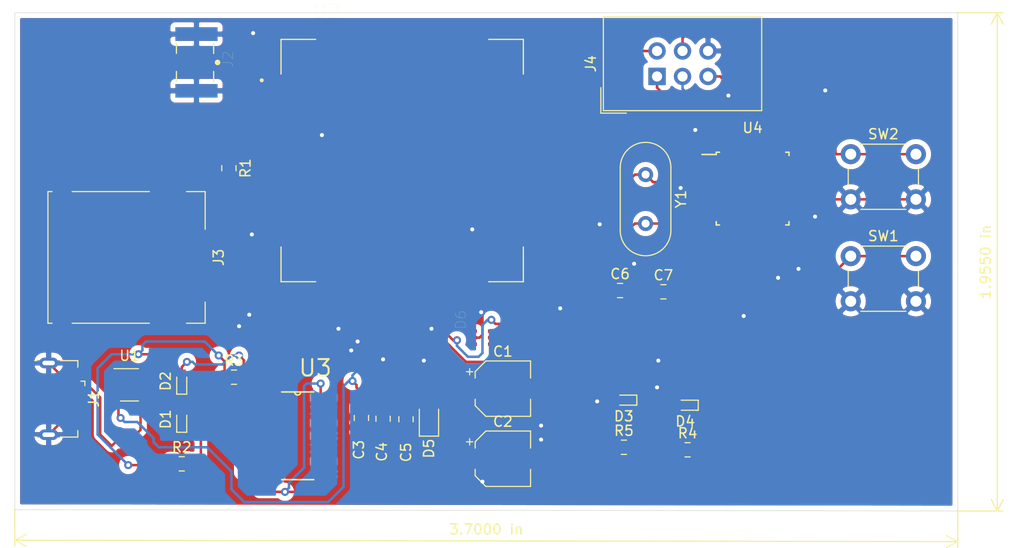
<source format=kicad_pcb>
(kicad_pcb (version 20171130) (host pcbnew "(5.1.2)-2")
  (layers (0 F.Cu signal) (31 B.Cu signal) (34 B.Paste user) (35 F.Paste user) (36 B.SilkS user) (37 F.SilkS user) (38 B.Mask user) (39 F.Mask user) (44 Edge.Cuts user))
  (net 0 "")
  (net 1 VRTC)
  (net 2 GND)
  (net 3 +5V)
  (net 4 VBAT)
  (net 5 "Net-(C6-Pad1)")
  (net 6 "Net-(C7-Pad1)")
  (net 7 "Net-(D1-Pad1)")
  (net 8 "Net-(D2-Pad2)")
  (net 9 "Net-(D3-Pad1)")
  (net 10 NETSTAT_5V)
  (net 11 PWRSTAT_5V)
  (net 12 "Net-(D4-Pad1)")
  (net 13 1.8V)
  (net 14 SIM_DATA)
  (net 15 SIM_CLK)
  (net 16 SIM_RST)
  (net 17 "Net-(D6-Pad6)")
  (net 18 "Net-(J1-Pad2)")
  (net 19 "Net-(J1-Pad4)")
  (net 20 "Net-(J1-Pad3)")
  (net 21 "Net-(J2-Pad1)")
  (net 22 SCK)
  (net 23 RTS)
  (net 24 2.8V)
  (net 25 "Net-(R2-Pad1)")
  (net 26 PWRKEY)
  (net 27 AVR_RST)
  (net 28 "Net-(U2-Pad9)")
  (net 29 RING)
  (net 30 "Net-(U2-Pad11)")
  (net 31 "Net-(U2-Pad12)")
  (net 32 SIM_TXD)
  (net 33 SIM_RXD)
  (net 34 GSMRST)
  (net 35 "Net-(U2-Pad19)")
  (net 36 "Net-(U2-Pad20)")
  (net 37 "Net-(U2-Pad21)")
  (net 38 "Net-(U2-Pad22)")
  (net 39 "Net-(U2-Pad23)")
  (net 40 "Net-(U2-Pad24)")
  (net 41 "Net-(U2-Pad25)")
  (net 42 "Net-(U2-Pad26)")
  (net 43 "Net-(U2-Pad27)")
  (net 44 "Net-(U2-Pad33)")
  (net 45 "Net-(U2-Pad37)")
  (net 46 "Net-(U2-Pad38)")
  (net 47 "Net-(U2-Pad39)")
  (net 48 "Net-(U2-Pad41)")
  (net 49 "Net-(U2-Pad42)")
  (net 50 "Net-(U2-Pad43)")
  (net 51 "Net-(U2-Pad44)")
  (net 52 "Net-(U2-Pad45)")
  (net 53 "Net-(U2-Pad46)")
  (net 54 "Net-(U2-Pad47)")
  (net 55 "Net-(U2-Pad48)")
  (net 56 POWERSTAT)
  (net 57 NETSTAT)
  (net 58 "Net-(U2-Pad53)")
  (net 59 "Net-(U2-Pad55)")
  (net 60 "Net-(U2-Pad56)")
  (net 61 "Net-(U2-Pad57)")
  (net 62 "Net-(U2-Pad58)")
  (net 63 "Net-(U2-Pad59)")
  (net 64 "Net-(U2-Pad60)")
  (net 65 "Net-(U2-Pad61)")
  (net 66 "Net-(U2-Pad62)")
  (net 67 "Net-(U2-Pad63)")
  (net 68 "Net-(U2-Pad66)")
  (net 69 UART_TX)
  (net 70 RING_5V)
  (net 71 "Net-(U4-Pad1)")
  (net 72 "Net-(U4-Pad2)")
  (net 73 "Net-(U4-Pad9)")
  (net 74 "Net-(U4-Pad10)")
  (net 75 "Net-(U4-Pad11)")
  (net 76 "Net-(U4-Pad12)")
  (net 77 "Net-(U4-Pad13)")
  (net 78 "Net-(U4-Pad14)")
  (net 79 MOSI)
  (net 80 MISO)
  (net 81 "Net-(U4-Pad19)")
  (net 82 "Net-(U4-Pad20)")
  (net 83 "Net-(U4-Pad22)")
  (net 84 "Net-(U4-Pad23)")
  (net 85 "Net-(U4-Pad24)")
  (net 86 "Net-(U4-Pad25)")
  (net 87 "Net-(U4-Pad26)")
  (net 88 "Net-(U4-Pad27)")
  (net 89 "Net-(U4-Pad28)")
  (net 90 "Net-(U4-Pad32)")
  (net 91 "Net-(J3-Pad6)")
  (module Capacitor_SMD:CP_Elec_5x4.4 (layer F.Cu) (at 99.441 95.885)
    (fp_text reference C1 (at 0 -3.7) (layer F.SilkS))
    (fp_text value 10pF)
    (pad 1 smd roundrect (at -2.2 0) (size 3 1.6) (layers F.Cu F.Paste F.Mask) (roundrect_rratio 0.15625) (net 1 VRTC))
    (pad 2 smd roundrect (at 2.2 0) (size 3 1.6) (layers F.Cu F.Paste F.Mask) (roundrect_rratio 0.15625) (net 2 GND))
  )
  (module Capacitor_SMD:CP_Elec_5x4.4 (layer F.Cu) (at 99.441 102.87)
    (fp_text reference C2 (at 0 -3.7) (layer F.SilkS))
    (fp_text value 10uF)
    (pad 2 smd roundrect (at 2.2 0) (size 3 1.6) (layers F.Cu F.Paste F.Mask) (roundrect_rratio 0.15625) (net 2 GND))
    (pad 1 smd roundrect (at -2.2 0) (size 3 1.6) (layers F.Cu F.Paste F.Mask) (roundrect_rratio 0.15625) (net 3 +5V))
  )
  (module Capacitor_SMD:C_0805_2012Metric (layer F.Cu) (at 85.344 98.806 270)
    (fp_text reference C3 (at 3.175 0.254 90) (layer F.SilkS))
    (fp_text value 100uF)
    (pad 1 smd roundrect (at -0.9375 0 270) (size 0.975 1.4) (layers F.Cu F.Paste F.Mask) (net 4 VBAT))
    (pad 2 smd roundrect (at 0.9375 0 270) (size 0.975 1.4) (layers F.Cu F.Paste F.Mask) (net 2 GND))
  )
  (module Capacitor_SMD:C_0805_2012Metric (layer F.Cu) (at 87.503 98.8845 270)
    (fp_text reference C4 (at 3.302 0.127 90) (layer F.SilkS))
    (fp_text value 33pF)
    (pad 2 smd roundrect (at 0.9375 0 270) (size 0.975 1.4) (layers F.Cu F.Paste F.Mask) (net 2 GND))
    (pad 1 smd roundrect (at -0.9375 0 270) (size 0.975 1.4) (layers F.Cu F.Paste F.Mask) (net 4 VBAT))
  )
  (module Capacitor_SMD:C_0805_2012Metric (layer F.Cu) (at 89.789 98.933 270)
    (fp_text reference C5 (at 3.302 0 90) (layer F.SilkS))
    (fp_text value 10pF)
    (pad 1 smd roundrect (at -0.9375 0 270) (size 0.975 1.4) (layers F.Cu F.Paste F.Mask) (net 4 VBAT))
    (pad 2 smd roundrect (at 0.9375 0 270) (size 0.975 1.4) (layers F.Cu F.Paste F.Mask) (net 2 GND))
  )
  (module Capacitor_SMD:C_0805_2012Metric (layer F.Cu) (at 111.125 86.106)
    (fp_text reference C6 (at 0 -1.65) (layer F.SilkS))
    (fp_text value 22pF)
    (pad 1 smd roundrect (at -0.9375 0) (size 0.975 1.4) (layers F.Cu F.Paste F.Mask) (net 5 "Net-(C6-Pad1)"))
    (pad 2 smd roundrect (at 0.9375 0) (size 0.975 1.4) (layers F.Cu F.Paste F.Mask) (net 2 GND))
  )
  (module Capacitor_SMD:C_0805_2012Metric (layer F.Cu) (at 115.443 86.233)
    (fp_text reference C7 (at 0 -1.65) (layer F.SilkS))
    (fp_text value 22pF)
    (pad 2 smd roundrect (at 0.9375 0) (size 0.975 1.4) (layers F.Cu F.Paste F.Mask) (net 2 GND))
    (pad 1 smd roundrect (at -0.9375 0) (size 0.975 1.4) (layers F.Cu F.Paste F.Mask) (net 6 "Net-(C7-Pad1)"))
  )
  (module digikey-footprints:LED_0603 (layer F.Cu) (at 67.437 98.933 90)
    (fp_text reference D1 (at 0 -1.61 90) (layer F.SilkS))
    (fp_text value LED)
    (pad 2 smd rect (at 0.75 0 90) (size 0.8 0.8) (layers F.Cu F.Paste F.Mask) (net 3 +5V))
    (pad 1 smd rect (at -0.75 0 90) (size 0.8 0.8) (layers F.Cu F.Paste F.Mask) (net 7 "Net-(D1-Pad1)"))
  )
  (module digikey-footprints:LED_0603 (layer F.Cu) (at 67.437 95.135 90)
    (fp_text reference D2 (at 0 -1.61 90) (layer F.SilkS))
    (fp_text value LED)
    (pad 1 smd rect (at -0.75 0 90) (size 0.8 0.8) (layers F.Cu F.Paste F.Mask) (net 2 GND))
    (pad 2 smd rect (at 0.75 0 90) (size 0.8 0.8) (layers F.Cu F.Paste F.Mask) (net 8 "Net-(D2-Pad2)"))
  )
  (module digikey-footprints:LED_0603 (layer F.Cu) (at 111.494 97.028 180)
    (fp_text reference D3 (at 0 -1.61) (layer F.SilkS))
    (fp_text value LED)
    (pad 1 smd rect (at -0.75 0 180) (size 0.8 0.8) (layers F.Cu F.Paste F.Mask) (net 9 "Net-(D3-Pad1)"))
    (pad 2 smd rect (at 0.75 0 180) (size 0.8 0.8) (layers F.Cu F.Paste F.Mask) (net 10 NETSTAT_5V))
  )
  (module digikey-footprints:LED_0603 (layer F.Cu) (at 117.614 97.536 180)
    (fp_text reference D4 (at 0 -1.61) (layer F.SilkS))
    (fp_text value LED)
    (pad 2 smd rect (at 0.75 0 180) (size 0.8 0.8) (layers F.Cu F.Paste F.Mask) (net 11 PWRSTAT_5V))
    (pad 1 smd rect (at -0.75 0 180) (size 0.8 0.8) (layers F.Cu F.Paste F.Mask) (net 12 "Net-(D4-Pad1)"))
  )
  (module Diode_SMD:D_0805_2012Metric (layer F.Cu) (at 92.075 98.933 90)
    (fp_text reference D5 (at -2.921 0 90) (layer F.SilkS))
    (fp_text value DIODE)
    (pad 1 smd roundrect (at -0.9375 0 90) (size 0.975 1.4) (layers F.Cu F.Paste F.Mask) (net 2 GND))
    (pad 2 smd roundrect (at 0.9375 0 90) (size 0.975 1.4) (layers F.Cu F.Paste F.Mask) (net 4 VBAT))
  )
  (module custom_footprints:SC70-6 (layer F.Cu) (at 97.409 90.805 90)
    (fp_text reference D6 (at 1.780285 -2.161765 90) (layer F.SilkS) (effects (font (size 1.001283 1.001283) (thickness 0.015))))
    (fp_text value SMF05C)
    (pad 1 smd rect (at -0.65 0.95 90) (size 0.35 0.8) (layers F.Cu) (net 13 1.8V))
    (pad 2 smd rect (at 0 0.95 90) (size 0.35 0.8) (layers F.Cu) (net 2 GND))
    (pad 3 smd rect (at 0.65 0.95 90) (size 0.35 0.8) (layers F.Cu) (net 14 SIM_DATA))
    (pad 4 smd rect (at 0.65 -0.95 90) (size 0.35 0.8) (layers F.Cu) (net 15 SIM_CLK))
    (pad 5 smd rect (at 0 -0.95 90) (size 0.35 0.8) (layers F.Cu) (net 16 SIM_RST))
    (pad 6 smd rect (at -0.65 -0.95 90) (size 0.35 0.8) (layers F.Cu) (net 17 "Net-(D6-Pad6)"))
  )
  (module Connector_USB:USB_Micro-B_GCT_USB3076-30-A (layer F.Cu) (at 55.372 96.901 270)
    (fp_text reference J1 (at 0 -3.3 90) (layer F.SilkS))
    (fp_text value USB_B_Micro)
    (pad 6 smd rect (at 1.125 1.2 270) (size 1.75 1.9) (layers F.Cu F.Paste F.Mask) (net 2 GND))
    (pad 2 smd rect (at -0.65 -1.45 270) (size 0.4 1.4) (layers F.Cu F.Paste F.Mask) (net 18 "Net-(J1-Pad2)"))
    (pad 1 smd rect (at -1.3 -1.45 270) (size 0.4 1.4) (layers F.Cu F.Paste F.Mask) (net 3 +5V))
    (pad 5 smd rect (at 1.3 -1.45 270) (size 0.4 1.4) (layers F.Cu F.Paste F.Mask) (net 2 GND))
    (pad 4 smd rect (at 0.65 -1.45 270) (size 0.4 1.4) (layers F.Cu F.Paste F.Mask) (net 19 "Net-(J1-Pad4)"))
    (pad 3 smd rect (at 0 -1.45 270) (size 0.4 1.4) (layers F.Cu F.Paste F.Mask) (net 20 "Net-(J1-Pad3)"))
    (pad 6 smd rect (at -1.125 1.2 270) (size 1.75 1.9) (layers F.Cu F.Paste F.Mask) (net 2 GND))
    (pad 6 thru_hole oval (at -3.575 1.2 90) (size 1.05 1.9) (drill oval 0.45 1.25) (layers *.Cu *.Mask) (net 2 GND))
    (pad 6 thru_hole oval (at 3.575 1.2 270) (size 1.05 1.9) (drill oval 0.45 1.25) (layers *.Cu *.Mask) (net 2 GND))
    (pad 6 smd rect (at 2.32 -1.03 270) (size 1.15 1.45) (layers F.Cu F.Paste F.Mask) (net 2 GND))
    (pad 6 smd rect (at -2.32 -1.03 270) (size 1.15 1.45) (layers F.Cu F.Paste F.Mask) (net 2 GND))
  )
  (module custom_footprints:SMA-J-P-H-ST-EM1 (layer F.Cu) (at 68.707 63.373 270)
    (fp_text reference J2 (at -0.32555 -3.34077 90) (layer F.SilkS) (effects (font (size 1.001732 1.001732) (thickness 0.015))))
    (fp_text value SMA-J-P-H-ST-EM1)
    (pad 1 smd rect (at 0 0 270) (size 1.27 3.6) (layers F.Cu F.Paste F.Mask) (net 21 "Net-(J2-Pad1)"))
    (pad 2_1 smd rect (at -2.825 -0.2 270) (size 1.35 4.2) (layers F.Cu F.Paste F.Mask) (net 2 GND))
    (pad 3_1 smd rect (at 2.825 -0.2 270) (size 1.35 4.2) (layers F.Cu F.Paste F.Mask) (net 2 GND))
    (pad 2_2 smd rect (at -2.825 -0.2 270) (size 1.35 4.2) (layers B.Cu B.Paste B.Mask) (net 2 GND))
    (pad 3_2 smd rect (at 2.825 -0.2 270) (size 1.35 4.2) (layers B.Cu B.Paste B.Mask) (net 2 GND))
  )
  (module Connector_IDC:IDC-Header_2x03_P2.54mm_Vertical (layer F.Cu) (at 114.808 64.77 90)
    (fp_text reference J4 (at 1.27 -6.604 90) (layer F.SilkS))
    (fp_text value AVR-ISP-6)
    (pad 1 thru_hole rect (at 0 0 90) (size 1.7272 1.7272) (drill 1.016) (layers *.Cu *.Mask) (net 80 MISO))
    (pad 2 thru_hole oval (at 2.54 0 90) (size 1.7272 1.7272) (drill 1.016) (layers *.Cu *.Mask) (net 3 +5V))
    (pad 3 thru_hole oval (at 0 2.54 90) (size 1.7272 1.7272) (drill 1.016) (layers *.Cu *.Mask) (net 22 SCK))
    (pad 4 thru_hole oval (at 2.54 2.54 90) (size 1.7272 1.7272) (drill 1.016) (layers *.Cu *.Mask) (net 79 MOSI))
    (pad 5 thru_hole oval (at 0 5.08 90) (size 1.7272 1.7272) (drill 1.016) (layers *.Cu *.Mask) (net 27 AVR_RST))
    (pad 6 thru_hole oval (at 2.54 5.08 90) (size 1.7272 1.7272) (drill 1.016) (layers *.Cu *.Mask) (net 2 GND))
  )
  (module Resistor_SMD:R_0805_2012Metric (layer F.Cu) (at 72.136 73.914 270)
    (fp_text reference R1 (at 0 -1.65 90) (layer F.SilkS))
    (fp_text value 10K)
    (pad 2 smd roundrect (at 0.9375 0 270) (size 0.975 1.4) (layers F.Cu F.Paste F.Mask) (net 23 RTS))
    (pad 1 smd roundrect (at -0.9375 0 270) (size 0.975 1.4) (layers F.Cu F.Paste F.Mask) (net 24 2.8V))
  )
  (module Resistor_SMD:R_0805_2012Metric (layer F.Cu) (at 67.437 103.378)
    (fp_text reference R2 (at 0 -1.65) (layer F.SilkS))
    (fp_text value 220ohm)
    (pad 1 smd roundrect (at -0.9375 0) (size 0.975 1.4) (layers F.Cu F.Paste F.Mask) (net 25 "Net-(R2-Pad1)"))
    (pad 2 smd roundrect (at 0.9375 0) (size 0.975 1.4) (layers F.Cu F.Paste F.Mask) (net 7 "Net-(D1-Pad1)"))
  )
  (module Resistor_SMD:R_0805_2012Metric (layer F.Cu) (at 72.644 94.742)
    (fp_text reference R3 (at 0 -1.65) (layer F.SilkS))
    (fp_text value 1K)
    (pad 1 smd roundrect (at -0.9375 0) (size 0.975 1.4) (layers F.Cu F.Paste F.Mask) (net 25 "Net-(R2-Pad1)"))
    (pad 2 smd roundrect (at 0.9375 0) (size 0.975 1.4) (layers F.Cu F.Paste F.Mask) (net 8 "Net-(D2-Pad2)"))
  )
  (module Resistor_SMD:R_0805_2012Metric (layer F.Cu) (at 111.506 101.727)
    (fp_text reference R5 (at 0 -1.65) (layer F.SilkS))
    (fp_text value 220ohm)
    (pad 2 smd roundrect (at 0.9375 0) (size 0.975 1.4) (layers F.Cu F.Paste F.Mask) (net 9 "Net-(D3-Pad1)"))
    (pad 1 smd roundrect (at -0.9375 0) (size 0.975 1.4) (layers F.Cu F.Paste F.Mask) (net 2 GND))
  )
  (module Button_Switch_THT:SW_PUSH_6mm_H5mm (layer F.Cu) (at 134.112 82.677)
    (fp_text reference SW1 (at 3.25 -2) (layer F.SilkS))
    (fp_text value SW_Push)
    (pad 2 thru_hole circle (at 0 4.5 90) (size 2 2) (drill 1.1) (layers *.Cu *.Mask) (net 2 GND))
    (pad 1 thru_hole circle (at 0 0 90) (size 2 2) (drill 1.1) (layers *.Cu *.Mask) (net 26 PWRKEY))
    (pad 2 thru_hole circle (at 6.5 4.5 90) (size 2 2) (drill 1.1) (layers *.Cu *.Mask) (net 2 GND))
    (pad 1 thru_hole circle (at 6.5 0 90) (size 2 2) (drill 1.1) (layers *.Cu *.Mask) (net 26 PWRKEY))
  )
  (module Button_Switch_THT:SW_PUSH_6mm_H5mm (layer F.Cu) (at 134.112 72.517)
    (fp_text reference SW2 (at 3.25 -2) (layer F.SilkS))
    (fp_text value SW_Push)
    (pad 1 thru_hole circle (at 6.5 0 90) (size 2 2) (drill 1.1) (layers *.Cu *.Mask) (net 27 AVR_RST))
    (pad 2 thru_hole circle (at 6.5 4.5 90) (size 2 2) (drill 1.1) (layers *.Cu *.Mask) (net 2 GND))
    (pad 1 thru_hole circle (at 0 0 90) (size 2 2) (drill 1.1) (layers *.Cu *.Mask) (net 27 AVR_RST))
    (pad 2 thru_hole circle (at 0 4.5 90) (size 2 2) (drill 1.1) (layers *.Cu *.Mask) (net 2 GND))
  )
  (module Package_TO_SOT_SMD:SOT-23-5 (layer F.Cu) (at 62.23 95.504)
    (fp_text reference U1 (at 0 -2.9) (layer F.SilkS))
    (fp_text value MCP73811T-420I-OT)
    (pad 1 smd rect (at -1.1 -0.95) (size 1.06 0.65) (layers F.Cu F.Paste F.Mask) (net 2 GND))
    (pad 2 smd rect (at -1.1 0) (size 1.06 0.65) (layers F.Cu F.Paste F.Mask) (net 2 GND))
    (pad 3 smd rect (at -1.1 0.95) (size 1.06 0.65) (layers F.Cu F.Paste F.Mask) (net 4 VBAT))
    (pad 4 smd rect (at 1.1 0.95) (size 1.06 0.65) (layers F.Cu F.Paste F.Mask) (net 3 +5V))
    (pad 5 smd rect (at 1.1 -0.95) (size 1.06 0.65) (layers F.Cu F.Paste F.Mask) (net 25 "Net-(R2-Pad1)"))
  )
  (module XCVR_SIM808 (layer F.Cu) (at 89.408 73.152)
    (fp_text reference U2 (at -7.555 -14.889) (layer F.SilkS) (effects (font (size 1.4 1.4) (thickness 0.015))))
    (fp_text value SIM808)
    (pad 1 smd rect (at -12 -8) (size 1.6 0.6) (layers F.Cu F.Paste F.Mask) (net 2 GND))
    (pad 2 smd rect (at -12 -7) (size 1.6 0.6) (layers F.Cu F.Paste F.Mask) (net 2 GND))
    (pad 3 smd rect (at -12 -6) (size 1.6 0.6) (layers F.Cu F.Paste F.Mask) (net 2 GND))
    (pad 4 smd rect (at -12 -5) (size 1.6 0.6) (layers F.Cu F.Paste F.Mask) (net 4 VBAT))
    (pad 5 smd rect (at -12 -4) (size 1.6 0.6) (layers F.Cu F.Paste F.Mask) (net 4 VBAT))
    (pad 6 smd rect (at -12 -3) (size 1.6 0.6) (layers F.Cu F.Paste F.Mask) (net 4 VBAT))
    (pad 7 smd rect (at -12 -2) (size 1.6 0.6) (layers F.Cu F.Paste F.Mask) (net 24 2.8V))
    (pad 8 smd rect (at -12 -1) (size 1.6 0.6) (layers F.Cu F.Paste F.Mask) (net 26 PWRKEY))
    (pad 9 smd rect (at -12 0) (size 1.6 0.6) (layers F.Cu F.Paste F.Mask) (net 28 "Net-(U2-Pad9)"))
    (pad 10 smd rect (at -12 1) (size 1.6 0.6) (layers F.Cu F.Paste F.Mask) (net 29 RING))
    (pad 11 smd rect (at -12 2) (size 1.6 0.6) (layers F.Cu F.Paste F.Mask) (net 30 "Net-(U2-Pad11)"))
    (pad 12 smd rect (at -12 3) (size 1.6 0.6) (layers F.Cu F.Paste F.Mask) (net 31 "Net-(U2-Pad12)"))
    (pad 13 smd rect (at -12 4) (size 1.6 0.6) (layers F.Cu F.Paste F.Mask) (net 23 RTS))
    (pad 14 smd rect (at -12 5) (size 1.6 0.6) (layers F.Cu F.Paste F.Mask) (net 32 SIM_TXD))
    (pad 15 smd rect (at -12 6) (size 1.6 0.6) (layers F.Cu F.Paste F.Mask) (net 33 SIM_RXD))
    (pad 16 smd rect (at -12 7) (size 1.6 0.6) (layers F.Cu F.Paste F.Mask) (net 34 GSMRST))
    (pad 17 smd rect (at -12 8) (size 1.6 0.6) (layers F.Cu F.Paste F.Mask) (net 1 VRTC))
    (pad 18 smd rect (at -8 12) (size 0.6 1.6) (layers F.Cu F.Paste F.Mask) (net 2 GND))
    (pad 19 smd rect (at -7 12) (size 0.6 1.6) (layers F.Cu F.Paste F.Mask) (net 35 "Net-(U2-Pad19)"))
    (pad 20 smd rect (at -6 12) (size 0.6 1.6) (layers F.Cu F.Paste F.Mask) (net 36 "Net-(U2-Pad20)"))
    (pad 21 smd rect (at -5 12) (size 0.6 1.6) (layers F.Cu F.Paste F.Mask) (net 37 "Net-(U2-Pad21)"))
    (pad 22 smd rect (at -4 12) (size 0.6 1.6) (layers F.Cu F.Paste F.Mask) (net 38 "Net-(U2-Pad22)"))
    (pad 23 smd rect (at -3 12) (size 0.6 1.6) (layers F.Cu F.Paste F.Mask) (net 39 "Net-(U2-Pad23)"))
    (pad 24 smd rect (at -2 12) (size 0.6 1.6) (layers F.Cu F.Paste F.Mask) (net 40 "Net-(U2-Pad24)"))
    (pad 25 smd rect (at -1 12) (size 0.6 1.6) (layers F.Cu F.Paste F.Mask) (net 41 "Net-(U2-Pad25)"))
    (pad 26 smd rect (at 0 12) (size 0.6 1.6) (layers F.Cu F.Paste F.Mask) (net 42 "Net-(U2-Pad26)"))
    (pad 27 smd rect (at 1 12) (size 0.6 1.6) (layers F.Cu F.Paste F.Mask) (net 43 "Net-(U2-Pad27)"))
    (pad 28 smd rect (at 2 12) (size 0.6 1.6) (layers F.Cu F.Paste F.Mask) (net 2 GND))
    (pad 29 smd rect (at 3 12) (size 0.6 1.6) (layers F.Cu F.Paste F.Mask) (net 13 1.8V))
    (pad 30 smd rect (at 4 12) (size 0.6 1.6) (layers F.Cu F.Paste F.Mask) (net 14 SIM_DATA))
    (pad 31 smd rect (at 5 12) (size 0.6 1.6) (layers F.Cu F.Paste F.Mask) (net 15 SIM_CLK))
    (pad 32 smd rect (at 6 12) (size 0.6 1.6) (layers F.Cu F.Paste F.Mask) (net 16 SIM_RST))
    (pad 33 smd rect (at 7 12) (size 0.6 1.6) (layers F.Cu F.Paste F.Mask) (net 44 "Net-(U2-Pad33)"))
    (pad 34 smd rect (at 8 12) (size 0.6 1.6) (layers F.Cu F.Paste F.Mask) (net 2 GND))
    (pad 35 smd rect (at 12 8) (size 1.6 0.6) (layers F.Cu F.Paste F.Mask) (net 21 "Net-(J2-Pad1)"))
    (pad 36 smd rect (at 12 7) (size 1.6 0.6) (layers F.Cu F.Paste F.Mask) (net 2 GND))
    (pad 37 smd rect (at 12 6) (size 1.6 0.6) (layers F.Cu F.Paste F.Mask) (net 45 "Net-(U2-Pad37)"))
    (pad 38 smd rect (at 12 5) (size 1.6 0.6) (layers F.Cu F.Paste F.Mask) (net 46 "Net-(U2-Pad38)"))
    (pad 39 smd rect (at 12 4) (size 1.6 0.6) (layers F.Cu F.Paste F.Mask) (net 47 "Net-(U2-Pad39)"))
    (pad 40 smd rect (at 12 3) (size 1.6 0.6) (layers F.Cu F.Paste F.Mask) (net 2 GND))
    (pad 41 smd rect (at 12 2) (size 1.6 0.6) (layers F.Cu F.Paste F.Mask) (net 48 "Net-(U2-Pad41)"))
    (pad 42 smd rect (at 12 1) (size 1.6 0.6) (layers F.Cu F.Paste F.Mask) (net 49 "Net-(U2-Pad42)"))
    (pad 43 smd rect (at 12 0) (size 1.6 0.6) (layers F.Cu F.Paste F.Mask) (net 50 "Net-(U2-Pad43)"))
    (pad 44 smd rect (at 12 -1) (size 1.6 0.6) (layers F.Cu F.Paste F.Mask) (net 51 "Net-(U2-Pad44)"))
    (pad 45 smd rect (at 12 -2) (size 1.6 0.6) (layers F.Cu F.Paste F.Mask) (net 52 "Net-(U2-Pad45)"))
    (pad 46 smd rect (at 12 -3) (size 1.6 0.6) (layers F.Cu F.Paste F.Mask) (net 53 "Net-(U2-Pad46)"))
    (pad 47 smd rect (at 12 -4) (size 1.6 0.6) (layers F.Cu F.Paste F.Mask) (net 54 "Net-(U2-Pad47)"))
    (pad 48 smd rect (at 12 -5) (size 1.6 0.6) (layers F.Cu F.Paste F.Mask) (net 55 "Net-(U2-Pad48)"))
    (pad 49 smd rect (at 12 -6) (size 1.6 0.6) (layers F.Cu F.Paste F.Mask) (net 56 POWERSTAT))
    (pad 50 smd rect (at 12 -7) (size 1.6 0.6) (layers F.Cu F.Paste F.Mask) (net 57 NETSTAT))
    (pad 51 smd rect (at 12 -8) (size 1.6 0.6) (layers F.Cu F.Paste F.Mask) (net 2 GND))
    (pad 52 smd rect (at 8 -12) (size 0.6 1.6) (layers F.Cu F.Paste F.Mask) (net 2 GND))
    (pad 53 smd rect (at 7 -12) (size 0.6 1.6) (layers F.Cu F.Paste F.Mask) (net 58 "Net-(U2-Pad53)"))
    (pad 54 smd rect (at 6 -12) (size 0.6 1.6) (layers F.Cu F.Paste F.Mask) (net 2 GND))
    (pad 55 smd rect (at 5 -12) (size 0.6 1.6) (layers F.Cu F.Paste F.Mask) (net 59 "Net-(U2-Pad55)"))
    (pad 56 smd rect (at 4 -12) (size 0.6 1.6) (layers F.Cu F.Paste F.Mask) (net 60 "Net-(U2-Pad56)"))
    (pad 57 smd rect (at 3 -12) (size 0.6 1.6) (layers F.Cu F.Paste F.Mask) (net 61 "Net-(U2-Pad57)"))
    (pad 58 smd rect (at 2 -12) (size 0.6 1.6) (layers F.Cu F.Paste F.Mask) (net 62 "Net-(U2-Pad58)"))
    (pad 59 smd rect (at 1 -12) (size 0.6 1.6) (layers F.Cu F.Paste F.Mask) (net 63 "Net-(U2-Pad59)"))
    (pad 60 smd rect (at 0 -12) (size 0.6 1.6) (layers F.Cu F.Paste F.Mask) (net 64 "Net-(U2-Pad60)"))
    (pad 61 smd rect (at -1 -12) (size 0.6 1.6) (layers F.Cu F.Paste F.Mask) (net 65 "Net-(U2-Pad61)"))
    (pad 62 smd rect (at -2 -12) (size 0.6 1.6) (layers F.Cu F.Paste F.Mask) (net 66 "Net-(U2-Pad62)"))
    (pad 63 smd rect (at -3 -12) (size 0.6 1.6) (layers F.Cu F.Paste F.Mask) (net 67 "Net-(U2-Pad63)"))
    (pad 64 smd rect (at -4 -12) (size 0.6 1.6) (layers F.Cu F.Paste F.Mask) (net 2 GND))
    (pad 65 smd rect (at -5 -12) (size 0.6 1.6) (layers F.Cu F.Paste F.Mask) (net 2 GND))
    (pad 66 smd rect (at -6 -12) (size 0.6 1.6) (layers F.Cu F.Paste F.Mask) (net 68 "Net-(U2-Pad66)"))
    (pad 67 smd rect (at -7 -12) (size 0.6 1.6) (layers F.Cu F.Paste F.Mask) (net 2 GND))
    (pad 68 smd rect (at -8 -12) (size 0.6 1.6) (layers F.Cu F.Paste F.Mask) (net 2 GND))
  )
  (module custom_footprints:SOIC127P600X175-14N (layer F.Cu) (at 78.994 100.584)
    (fp_text reference U3 (at 1.752655 -6.756635) (layer F.SilkS) (effects (font (size 1.640055 1.640055) (thickness 0.2))))
    (fp_text value 74ABT125D)
    (pad 1 smd rect (at -2.5908 -3.81) (size 1.7018 0.5334) (layers F.Cu F.Paste F.Mask) (net 2 GND))
    (pad 2 smd rect (at -2.5908 -2.54) (size 1.7018 0.5334) (layers F.Cu F.Paste F.Mask) (net 32 SIM_TXD))
    (pad 3 smd rect (at -2.5908 -1.27) (size 1.7018 0.5334) (layers F.Cu F.Paste F.Mask) (net 69 UART_TX))
    (pad 4 smd rect (at -2.5908 0) (size 1.7018 0.5334) (layers F.Cu F.Paste F.Mask) (net 2 GND))
    (pad 5 smd rect (at -2.5908 1.27) (size 1.7018 0.5334) (layers F.Cu F.Paste F.Mask) (net 29 RING))
    (pad 6 smd rect (at -2.5908 2.54) (size 1.7018 0.5334) (layers F.Cu F.Paste F.Mask) (net 70 RING_5V))
    (pad 7 smd rect (at -2.5908 3.81) (size 1.7018 0.5334) (layers F.Cu F.Paste F.Mask) (net 2 GND))
    (pad 8 smd rect (at 2.5908 3.81) (size 1.7018 0.5334) (layers F.Cu F.Paste F.Mask) (net 10 NETSTAT_5V))
    (pad 9 smd rect (at 2.5908 2.54) (size 1.7018 0.5334) (layers F.Cu F.Paste F.Mask) (net 57 NETSTAT))
    (pad 10 smd rect (at 2.5908 1.27) (size 1.7018 0.5334) (layers F.Cu F.Paste F.Mask) (net 2 GND))
    (pad 11 smd rect (at 2.5908 0) (size 1.7018 0.5334) (layers F.Cu F.Paste F.Mask) (net 11 PWRSTAT_5V))
    (pad 12 smd rect (at 2.5908 -1.27) (size 1.7018 0.5334) (layers F.Cu F.Paste F.Mask) (net 56 POWERSTAT))
    (pad 13 smd rect (at 2.5908 -2.54) (size 1.7018 0.5334) (layers F.Cu F.Paste F.Mask) (net 2 GND))
    (pad 14 smd rect (at 2.5908 -3.81) (size 1.7018 0.5334) (layers F.Cu F.Paste F.Mask) (net 3 +5V))
  )
  (module Package_QFP:TQFP-32_7x7mm_P0.8mm (layer F.Cu) (at 124.333 75.946)
    (fp_text reference U4 (at 0 -6.05) (layer F.SilkS))
    (fp_text value ATmega328-AU)
    (pad 1 smd rect (at -4.25 -2.8) (size 1.6 0.55) (layers F.Cu F.Paste F.Mask) (net 71 "Net-(U4-Pad1)"))
    (pad 2 smd rect (at -4.25 -2) (size 1.6 0.55) (layers F.Cu F.Paste F.Mask) (net 72 "Net-(U4-Pad2)"))
    (pad 3 smd rect (at -4.25 -1.2) (size 1.6 0.55) (layers F.Cu F.Paste F.Mask) (net 2 GND))
    (pad 4 smd rect (at -4.25 -0.4) (size 1.6 0.55) (layers F.Cu F.Paste F.Mask) (net 3 +5V))
    (pad 5 smd rect (at -4.25 0.4) (size 1.6 0.55) (layers F.Cu F.Paste F.Mask) (net 2 GND))
    (pad 6 smd rect (at -4.25 1.2) (size 1.6 0.55) (layers F.Cu F.Paste F.Mask) (net 3 +5V))
    (pad 7 smd rect (at -4.25 2) (size 1.6 0.55) (layers F.Cu F.Paste F.Mask) (net 6 "Net-(C7-Pad1)"))
    (pad 8 smd rect (at -4.25 2.8) (size 1.6 0.55) (layers F.Cu F.Paste F.Mask) (net 5 "Net-(C6-Pad1)"))
    (pad 9 smd rect (at -2.8 4.25 90) (size 1.6 0.55) (layers F.Cu F.Paste F.Mask) (net 73 "Net-(U4-Pad9)"))
    (pad 10 smd rect (at -2 4.25 90) (size 1.6 0.55) (layers F.Cu F.Paste F.Mask) (net 74 "Net-(U4-Pad10)"))
    (pad 11 smd rect (at -1.2 4.25 90) (size 1.6 0.55) (layers F.Cu F.Paste F.Mask) (net 75 "Net-(U4-Pad11)"))
    (pad 12 smd rect (at -0.4 4.25 90) (size 1.6 0.55) (layers F.Cu F.Paste F.Mask) (net 76 "Net-(U4-Pad12)"))
    (pad 13 smd rect (at 0.4 4.25 90) (size 1.6 0.55) (layers F.Cu F.Paste F.Mask) (net 77 "Net-(U4-Pad13)"))
    (pad 14 smd rect (at 1.2 4.25 90) (size 1.6 0.55) (layers F.Cu F.Paste F.Mask) (net 78 "Net-(U4-Pad14)"))
    (pad 15 smd rect (at 2 4.25 90) (size 1.6 0.55) (layers F.Cu F.Paste F.Mask) (net 79 MOSI))
    (pad 16 smd rect (at 2.8 4.25 90) (size 1.6 0.55) (layers F.Cu F.Paste F.Mask) (net 80 MISO))
    (pad 17 smd rect (at 4.25 2.8) (size 1.6 0.55) (layers F.Cu F.Paste F.Mask) (net 22 SCK))
    (pad 18 smd rect (at 4.25 2) (size 1.6 0.55) (layers F.Cu F.Paste F.Mask) (net 3 +5V))
    (pad 19 smd rect (at 4.25 1.2) (size 1.6 0.55) (layers F.Cu F.Paste F.Mask) (net 81 "Net-(U4-Pad19)"))
    (pad 20 smd rect (at 4.25 0.4) (size 1.6 0.55) (layers F.Cu F.Paste F.Mask) (net 82 "Net-(U4-Pad20)"))
    (pad 21 smd rect (at 4.25 -0.4) (size 1.6 0.55) (layers F.Cu F.Paste F.Mask) (net 2 GND))
    (pad 22 smd rect (at 4.25 -1.2) (size 1.6 0.55) (layers F.Cu F.Paste F.Mask) (net 83 "Net-(U4-Pad22)"))
    (pad 23 smd rect (at 4.25 -2) (size 1.6 0.55) (layers F.Cu F.Paste F.Mask) (net 84 "Net-(U4-Pad23)"))
    (pad 24 smd rect (at 4.25 -2.8) (size 1.6 0.55) (layers F.Cu F.Paste F.Mask) (net 85 "Net-(U4-Pad24)"))
    (pad 25 smd rect (at 2.8 -4.25 90) (size 1.6 0.55) (layers F.Cu F.Paste F.Mask) (net 86 "Net-(U4-Pad25)"))
    (pad 26 smd rect (at 2 -4.25 90) (size 1.6 0.55) (layers F.Cu F.Paste F.Mask) (net 87 "Net-(U4-Pad26)"))
    (pad 27 smd rect (at 1.2 -4.25 90) (size 1.6 0.55) (layers F.Cu F.Paste F.Mask) (net 88 "Net-(U4-Pad27)"))
    (pad 28 smd rect (at 0.4 -4.25 90) (size 1.6 0.55) (layers F.Cu F.Paste F.Mask) (net 89 "Net-(U4-Pad28)"))
    (pad 29 smd rect (at -0.4 -4.25 90) (size 1.6 0.55) (layers F.Cu F.Paste F.Mask) (net 27 AVR_RST))
    (pad 30 smd rect (at -1.2 -4.25 90) (size 1.6 0.55) (layers F.Cu F.Paste F.Mask) (net 69 UART_TX))
    (pad 31 smd rect (at -2 -4.25 90) (size 1.6 0.55) (layers F.Cu F.Paste F.Mask) (net 33 SIM_RXD))
    (pad 32 smd rect (at -2.8 -4.25 90) (size 1.6 0.55) (layers F.Cu F.Paste F.Mask) (net 90 "Net-(U4-Pad32)"))
  )
  (module Crystal:Crystal_HC49-U_Vertical (layer F.Cu) (at 113.665 74.549 270)
    (fp_text reference Y1 (at 2.44 -3.525 90) (layer F.SilkS))
    (fp_text value Crystal)
    (pad 1 thru_hole circle (at 0 0 270) (size 1.5 1.5) (drill 0.8) (layers *.Cu *.Mask) (net 6 "Net-(C7-Pad1)"))
    (pad 2 thru_hole circle (at 4.88 0 270) (size 1.5 1.5) (drill 0.8) (layers *.Cu *.Mask) (net 5 "Net-(C6-Pad1)"))
  )
  (module Connector_Card:microSIM_JAE_SF53S006VCBR2000 (layer F.Cu) (at 62.611 82.804 270)
    (fp_text reference J3 (at 0 -8.5 90) (layer F.SilkS))
    (fp_text value SIM_Card)
    (pad SH smd rect (at -6.105 7.11 270) (size 1.4 1.7) (layers F.Cu F.Paste F.Mask))
    (pad SH smd rect (at 6.105 7.11 270) (size 1.4 1.7) (layers F.Cu F.Paste F.Mask))
    (pad SH smd rect (at -6.27 -2.45 270) (size 0.45 1.3) (layers F.Cu F.Paste F.Mask))
    (pad SH smd rect (at -6.27 -4.45 270) (size 0.45 1.3) (layers F.Cu F.Paste F.Mask))
    (pad SH smd rect (at 6.27 -2.45 270) (size 0.45 1.3) (layers F.Cu F.Paste F.Mask))
    (pad SH smd rect (at 6.27 -4.45 270) (size 0.45 1.3) (layers F.Cu F.Paste F.Mask))
    (pad SH smd rect (at -2.535 6.53 270) (size 0.54 0.8) (layers F.Cu F.Paste F.Mask))
    (pad SH smd rect (at 2.545 6.53 270) (size 0.54 0.8) (layers F.Cu F.Paste F.Mask))
    (pad 1 smd rect (at 2.755 -6.62 270) (size 0.65 1.15) (layers F.Cu F.Paste F.Mask) (net 13 1.8V))
    (pad 2 smd rect (at 0.215 -6.62 270) (size 0.65 1.15) (layers F.Cu F.Paste F.Mask) (net 16 SIM_RST))
    (pad 3 smd rect (at -2.325 -6.62 270) (size 0.65 1.15) (layers F.Cu F.Paste F.Mask) (net 15 SIM_CLK))
    (pad 5 smd rect (at 4.025 -6.62 270) (size 0.65 1.15) (layers F.Cu F.Paste F.Mask) (net 2 GND))
    (pad 6 smd rect (at 1.485 -6.62 270) (size 0.65 1.15) (layers F.Cu F.Paste F.Mask) (net 91 "Net-(J3-Pad6)"))
    (pad 7 smd rect (at -1.055 -6.62 270) (size 0.65 1.15) (layers F.Cu F.Paste F.Mask) (net 14 SIM_DATA))
  )
  (module Resistor_SMD:R_0805_2012Metric (layer F.Cu) (at 117.856 101.981)
    (fp_text reference R4 (at 0 -1.65) (layer F.SilkS))
    (fp_text value 220ohm)
    (pad 1 smd roundrect (at -0.9375 0) (size 0.975 1.4) (layers F.Cu F.Paste F.Mask) (net 2 GND))
    (pad 2 smd roundrect (at 0.9375 0) (size 0.975 1.4) (layers F.Cu F.Paste F.Mask) (net 12 "Net-(D4-Pad1)"))
  )
  (dimension 49.657 (width 0.12) (layer F.SilkS) (gr_text "49.657 mm" (at 149.987 83.2485 270) (layer F.SilkS) (effects (font (size 1 1) (thickness 0.15)))) (feature1 (pts (xy 144.78 108.077) (xy 149.303421 108.077))) (feature2 (pts (xy 144.78 58.42) (xy 149.303421 58.42))) (crossbar (pts (xy 148.717 58.42) (xy 148.717 108.077))) (arrow1a (pts (xy 148.717 108.077) (xy 148.130579 106.950496))) (arrow1b (pts (xy 148.717 108.077) (xy 149.303421 106.950496))) (arrow2a (pts (xy 148.717 58.42) (xy 148.130579 59.546504))) (arrow2b (pts (xy 148.717 58.42) (xy 149.303421 59.546504))))
  (dimension 93.980086 (width 0.12) (layer F.SilkS) (gr_text "93.980 mm" (at 97.784164 112.332008 359.9225733) (layer F.SilkS) (effects (font (size 1 1) (thickness 0.15)))) (feature1 (pts (xy 144.78 108.077) (xy 144.775088 111.711929))) (feature2 (pts (xy 50.8 107.95) (xy 50.795088 111.584929))) (crossbar (pts (xy 50.79588 110.998509) (xy 144.77588 111.125509))) (arrow1a (pts (xy 144.77588 111.125509) (xy 143.648585 111.710407))) (arrow1b (pts (xy 144.77588 111.125509) (xy 143.65017 110.537566))) (arrow2a (pts (xy 50.79588 110.998509) (xy 51.92159 111.586452))) (arrow2b (pts (xy 50.79588 110.998509) (xy 51.923175 110.413611))))
  (gr_line (start 50.8 107.95) (end 50.8 105.156) (layer Edge.Cuts) (width 0.05))
  (gr_line (start 144.78 108.077) (end 50.8 107.95) (layer Edge.Cuts) (width 0.05))
  (gr_line (start 144.78 58.42) (end 144.78 108.077) (layer Edge.Cuts) (width 0.05))
  (gr_line (start 50.8 58.42) (end 144.78 58.42) (layer Edge.Cuts) (width 0.05))
  (gr_line (start 50.8 105.156) (end 50.8 58.42) (layer Edge.Cuts) (width 0.05))
  (segment (start 77.408 81.152) (end 75.056 81.152) (width 0.25) (layer F.Cu) (net 1))
  (segment (start 75.056 81.152) (end 74.422 80.518) (width 0.25) (layer F.Cu) (net 1))
  (via (at 74.422 80.518) (size 0.8) (drill 0.4) (layers F.Cu B.Cu) (net 1))
  (segment (start 74.422 81.083685) (end 74.803 81.464685) (width 0.25) (layer B.Cu) (net 1))
  (segment (start 74.422 80.518) (end 74.422 81.083685) (width 0.25) (layer B.Cu) (net 1))
  (segment (start 74.803 81.464685) (end 74.803 85.598) (width 0.25) (layer B.Cu) (net 1))
  (segment (start 74.803 85.598) (end 79.121 89.916) (width 0.25) (layer B.Cu) (net 1))
  (segment (start 79.121 89.916) (end 83.058 89.916) (width 0.25) (layer B.Cu) (net 1))
  (via (at 83.058 89.916) (size 0.8) (drill 0.4) (layers F.Cu B.Cu) (net 1))
  (segment (start 140.612 77.017) (end 134.112 77.017) (width 0.25) (layer F.Cu) (net 2))
  (segment (start 111.506263 86.662237) (end 111.506263 88.391737) (width 0.25) (layer F.Cu) (net 2))
  (segment (start 112.0625 86.106) (end 111.506263 86.662237) (width 0.25) (layer F.Cu) (net 2))
  (segment (start 111.506263 88.391737) (end 111.252 88.646) (width 0.25) (layer F.Cu) (net 2))
  (segment (start 111.252 88.646) (end 107.696 88.646) (width 0.25) (layer F.Cu) (net 2))
  (segment (start 107.696 88.646) (end 105.537 86.487) (width 0.25) (layer F.Cu) (net 2))
  (segment (start 105.537 86.487) (end 105.537 82.042) (width 0.25) (layer F.Cu) (net 2))
  (segment (start 103.647 80.152) (end 101.408 80.152) (width 0.25) (layer F.Cu) (net 2))
  (segment (start 105.537 82.042) (end 103.647 80.152) (width 0.25) (layer F.Cu) (net 2))
  (segment (start 111.506263 88.391737) (end 114.299737 88.391737) (width 0.25) (layer F.Cu) (net 2))
  (segment (start 114.299737 88.391737) (end 115.062 89.154) (width 0.25) (layer F.Cu) (net 2))
  (segment (start 115.062 89.154) (end 115.443 89.154) (width 0.25) (layer F.Cu) (net 2))
  (segment (start 115.443 89.154) (end 116.967 87.63) (width 0.25) (layer F.Cu) (net 2))
  (segment (start 116.967 86.8195) (end 116.3805 86.233) (width 0.25) (layer F.Cu) (net 2))
  (segment (start 116.967 87.63) (end 116.967 86.8195) (width 0.25) (layer F.Cu) (net 2))
  (segment (start 77.362 66.198) (end 77.408 66.152) (width 0.25) (layer F.Cu) (net 2))
  (segment (start 68.907 66.198) (end 77.362 66.198) (width 0.25) (layer F.Cu) (net 2))
  (segment (start 66.557 60.548) (end 66.272 60.833) (width 0.25) (layer F.Cu) (net 2))
  (segment (start 68.907 60.548) (end 66.557 60.548) (width 0.25) (layer F.Cu) (net 2))
  (segment (start 66.272 60.833) (end 66.167 60.833) (width 0.25) (layer F.Cu) (net 2))
  (segment (start 66.167 60.833) (end 64.897 62.103) (width 0.25) (layer F.Cu) (net 2))
  (segment (start 64.897 62.103) (end 64.897 64.643) (width 0.25) (layer F.Cu) (net 2))
  (segment (start 66.452 66.198) (end 68.907 66.198) (width 0.25) (layer F.Cu) (net 2))
  (segment (start 64.897 64.643) (end 66.452 66.198) (width 0.25) (layer F.Cu) (net 2))
  (segment (start 77.408 67.152) (end 77.408 66.152) (width 0.25) (layer F.Cu) (net 2))
  (segment (start 77.408 66.152) (end 77.408 65.152) (width 0.25) (layer F.Cu) (net 2))
  (segment (start 78.458 65.152) (end 79.475 64.135) (width 0.25) (layer F.Cu) (net 2))
  (segment (start 77.408 65.152) (end 78.458 65.152) (width 0.25) (layer F.Cu) (net 2))
  (segment (start 79.475 64.135) (end 80.137 64.135) (width 0.25) (layer F.Cu) (net 2))
  (segment (start 81.408 62.864) (end 81.408 61.152) (width 0.25) (layer F.Cu) (net 2))
  (segment (start 80.137 64.135) (end 81.408 62.864) (width 0.25) (layer F.Cu) (net 2))
  (segment (start 81.408 61.152) (end 82.408 61.152) (width 0.25) (layer F.Cu) (net 2))
  (segment (start 82.408 62.202) (end 83.058 62.852) (width 0.25) (layer F.Cu) (net 2))
  (segment (start 82.408 61.152) (end 82.408 62.202) (width 0.25) (layer F.Cu) (net 2))
  (segment (start 83.058 62.852) (end 84.061 62.852) (width 0.25) (layer F.Cu) (net 2))
  (segment (start 84.408 62.505) (end 84.408 61.152) (width 0.25) (layer F.Cu) (net 2))
  (segment (start 84.061 62.852) (end 84.408 62.505) (width 0.25) (layer F.Cu) (net 2))
  (segment (start 84.408 61.152) (end 85.408 61.152) (width 0.25) (layer F.Cu) (net 2))
  (segment (start 84.408 62.505) (end 84.603 62.505) (width 0.25) (layer F.Cu) (net 2))
  (segment (start 84.603 62.505) (end 85.344 63.246) (width 0.25) (layer F.Cu) (net 2))
  (segment (start 85.344 63.246) (end 94.869 63.246) (width 0.25) (layer F.Cu) (net 2))
  (segment (start 95.408 62.707) (end 95.408 61.152) (width 0.25) (layer F.Cu) (net 2))
  (segment (start 94.869 63.246) (end 95.408 62.707) (width 0.25) (layer F.Cu) (net 2))
  (segment (start 95.408 62.707) (end 95.408 62.769) (width 0.25) (layer F.Cu) (net 2))
  (segment (start 95.408 62.769) (end 95.631 62.992) (width 0.25) (layer F.Cu) (net 2))
  (segment (start 97.408 62.202) (end 97.408 61.152) (width 0.25) (layer F.Cu) (net 2))
  (segment (start 96.618 62.992) (end 97.408 62.202) (width 0.25) (layer F.Cu) (net 2))
  (segment (start 95.631 62.992) (end 96.618 62.992) (width 0.25) (layer F.Cu) (net 2))
  (segment (start 97.408 62.202) (end 98.524 62.202) (width 0.25) (layer F.Cu) (net 2))
  (segment (start 98.524 62.202) (end 99.568 63.246) (width 0.25) (layer F.Cu) (net 2))
  (segment (start 99.568 63.246) (end 99.568 65.151) (width 0.25) (layer F.Cu) (net 2))
  (segment (start 99.568 65.151) (end 99.695 65.278) (width 0.25) (layer F.Cu) (net 2))
  (segment (start 99.821 65.152) (end 101.408 65.152) (width 0.25) (layer F.Cu) (net 2))
  (segment (start 99.695 65.278) (end 99.821 65.152) (width 0.25) (layer F.Cu) (net 2))
  (segment (start 56.252 99.221) (end 56.402 99.221) (width 0.25) (layer F.Cu) (net 2))
  (segment (start 55.057 98.026) (end 56.252 99.221) (width 0.25) (layer F.Cu) (net 2))
  (segment (start 54.172 98.026) (end 55.057 98.026) (width 0.25) (layer F.Cu) (net 2))
  (segment (start 55.427 99.221) (end 54.172 100.476) (width 0.25) (layer F.Cu) (net 2))
  (segment (start 56.402 99.221) (end 55.427 99.221) (width 0.25) (layer F.Cu) (net 2))
  (segment (start 55.442 94.581) (end 56.402 94.581) (width 0.25) (layer F.Cu) (net 2))
  (segment (start 54.247 95.776) (end 55.442 94.581) (width 0.25) (layer F.Cu) (net 2))
  (segment (start 54.172 95.776) (end 54.247 95.776) (width 0.25) (layer F.Cu) (net 2))
  (segment (start 55.427 94.581) (end 54.172 93.326) (width 0.25) (layer F.Cu) (net 2))
  (segment (start 56.402 94.581) (end 55.427 94.581) (width 0.25) (layer F.Cu) (net 2))
  (segment (start 61.103 94.581) (end 61.13 94.554) (width 0.25) (layer F.Cu) (net 2))
  (segment (start 56.402 94.581) (end 61.103 94.581) (width 0.25) (layer F.Cu) (net 2))
  (segment (start 61.13 94.554) (end 61.13 95.504) (width 0.25) (layer F.Cu) (net 2))
  (segment (start 61.91 94.554) (end 62.357 95.001) (width 0.25) (layer F.Cu) (net 2))
  (segment (start 61.13 94.554) (end 61.91 94.554) (width 0.25) (layer F.Cu) (net 2))
  (segment (start 62.357 95.001) (end 62.357 95.377) (width 0.25) (layer F.Cu) (net 2))
  (segment (start 62.357 95.377) (end 62.611 95.631) (width 0.25) (layer F.Cu) (net 2))
  (segment (start 62.611 95.631) (end 65.786 95.631) (width 0.25) (layer F.Cu) (net 2))
  (segment (start 66.04 95.885) (end 67.437 95.885) (width 0.25) (layer F.Cu) (net 2))
  (segment (start 65.786 95.631) (end 66.04 95.885) (width 0.25) (layer F.Cu) (net 2))
  (segment (start 56.822 98.801) (end 56.402 99.221) (width 0.25) (layer F.Cu) (net 2))
  (segment (start 56.822 98.201) (end 56.822 98.801) (width 0.25) (layer F.Cu) (net 2))
  (segment (start 67.437 95.885) (end 68.834 95.885) (width 0.25) (layer F.Cu) (net 2))
  (segment (start 68.834 95.885) (end 69.85 94.869) (width 0.25) (layer F.Cu) (net 2))
  (segment (start 69.85 94.869) (end 69.85 92.202) (width 0.25) (layer F.Cu) (net 2))
  (segment (start 69.85 92.202) (end 71.882 90.17) (width 0.25) (layer F.Cu) (net 2))
  (segment (start 71.882 90.17) (end 71.882 87.249) (width 0.25) (layer F.Cu) (net 2))
  (segment (start 71.462 86.829) (end 69.231 86.829) (width 0.25) (layer F.Cu) (net 2))
  (segment (start 71.882 87.249) (end 71.462 86.829) (width 0.25) (layer F.Cu) (net 2))
  (segment (start 121.133 76.346) (end 120.083 76.346) (width 0.25) (layer F.Cu) (net 2))
  (segment (start 121.412 76.067) (end 121.133 76.346) (width 0.25) (layer F.Cu) (net 2))
  (segment (start 121.412 75.025) (end 121.412 76.067) (width 0.25) (layer F.Cu) (net 2))
  (segment (start 121.133 74.746) (end 121.412 75.025) (width 0.25) (layer F.Cu) (net 2))
  (segment (start 120.083 74.746) (end 121.133 74.746) (width 0.25) (layer F.Cu) (net 2))
  (segment (start 121.412 75.025) (end 122.65 75.025) (width 0.25) (layer F.Cu) (net 2))
  (segment (start 123.171 75.546) (end 128.583 75.546) (width 0.25) (layer F.Cu) (net 2))
  (segment (start 122.65 75.025) (end 123.171 75.546) (width 0.25) (layer F.Cu) (net 2))
  (segment (start 132.135 77.017) (end 134.112 77.017) (width 0.25) (layer F.Cu) (net 2))
  (segment (start 130.863999 75.745999) (end 132.135 77.017) (width 0.25) (layer F.Cu) (net 2))
  (segment (start 129.339999 75.745999) (end 130.863999 75.745999) (width 0.25) (layer F.Cu) (net 2))
  (segment (start 128.583 75.546) (end 129.14 75.546) (width 0.25) (layer F.Cu) (net 2))
  (segment (start 129.14 75.546) (end 129.339999 75.745999) (width 0.25) (layer F.Cu) (net 2))
  (segment (start 141.611999 78.016999) (end 143.217001 78.016999) (width 0.25) (layer F.Cu) (net 2))
  (segment (start 140.612 77.017) (end 141.611999 78.016999) (width 0.25) (layer F.Cu) (net 2))
  (segment (start 143.217001 78.016999) (end 143.002 78.232) (width 0.25) (layer F.Cu) (net 2))
  (segment (start 143.002 84.787) (end 140.612 87.177) (width 0.25) (layer F.Cu) (net 2))
  (segment (start 143.002 78.232) (end 143.002 84.787) (width 0.25) (layer F.Cu) (net 2))
  (segment (start 116.9185 101.981) (end 116.9185 103.1725) (width 0.25) (layer F.Cu) (net 2))
  (segment (start 116.9185 103.1725) (end 115.57 104.521) (width 0.25) (layer F.Cu) (net 2))
  (segment (start 115.57 104.521) (end 111.125 104.521) (width 0.25) (layer F.Cu) (net 2))
  (segment (start 111.125 104.521) (end 109.982 103.378) (width 0.25) (layer F.Cu) (net 2))
  (segment (start 109.982 102.3135) (end 110.5685 101.727) (width 0.25) (layer F.Cu) (net 2))
  (segment (start 109.982 103.378) (end 109.982 102.3135) (width 0.25) (layer F.Cu) (net 2))
  (segment (start 101.641 103.77) (end 102.265 104.394) (width 0.25) (layer F.Cu) (net 2))
  (segment (start 101.641 102.87) (end 101.641 103.77) (width 0.25) (layer F.Cu) (net 2))
  (segment (start 108.966 104.394) (end 109.855 103.505) (width 0.25) (layer F.Cu) (net 2))
  (segment (start 109.855 103.505) (end 109.982 103.378) (width 0.25) (layer F.Cu) (net 2))
  (segment (start 102.51171 96.75571) (end 104.75671 96.75571) (width 0.25) (layer F.Cu) (net 2))
  (segment (start 101.641 95.885) (end 102.51171 96.75571) (width 0.25) (layer F.Cu) (net 2))
  (segment (start 104.75671 96.75571) (end 105.664 97.663) (width 0.25) (layer F.Cu) (net 2))
  (segment (start 105.664 104.013) (end 105.283 104.394) (width 0.25) (layer F.Cu) (net 2))
  (segment (start 105.664 97.663) (end 105.664 104.013) (width 0.25) (layer F.Cu) (net 2))
  (segment (start 102.265 104.394) (end 105.283 104.394) (width 0.25) (layer F.Cu) (net 2))
  (segment (start 105.283 104.394) (end 108.966 104.394) (width 0.25) (layer F.Cu) (net 2))
  (segment (start 87.4245 99.7435) (end 87.503 99.822) (width 0.25) (layer F.Cu) (net 2))
  (segment (start 85.344 99.7435) (end 87.4245 99.7435) (width 0.25) (layer F.Cu) (net 2))
  (segment (start 89.7405 99.822) (end 89.789 99.8705) (width 0.25) (layer F.Cu) (net 2))
  (segment (start 87.503 99.822) (end 89.7405 99.822) (width 0.25) (layer F.Cu) (net 2))
  (segment (start 89.789 99.8705) (end 92.075 99.8705) (width 0.25) (layer F.Cu) (net 2))
  (segment (start 82.6857 98.044) (end 82.9397 98.298) (width 0.25) (layer F.Cu) (net 2))
  (segment (start 81.5848 98.044) (end 82.6857 98.044) (width 0.25) (layer F.Cu) (net 2))
  (segment (start 83.8985 98.298) (end 85.344 99.7435) (width 0.25) (layer F.Cu) (net 2))
  (segment (start 82.9397 98.298) (end 83.8985 98.298) (width 0.25) (layer F.Cu) (net 2))
  (segment (start 77.5041 100.584) (end 78.105 101.1849) (width 0.25) (layer F.Cu) (net 2))
  (segment (start 76.4032 100.584) (end 77.5041 100.584) (width 0.25) (layer F.Cu) (net 2))
  (segment (start 78.105 101.1849) (end 78.105 103.124) (width 0.25) (layer F.Cu) (net 2))
  (segment (start 78.105 103.124) (end 77.978 103.251) (width 0.25) (layer F.Cu) (net 2))
  (segment (start 76.9874 104.394) (end 76.4032 104.394) (width 0.25) (layer F.Cu) (net 2))
  (segment (start 77.978 103.4034) (end 76.9874 104.394) (width 0.25) (layer F.Cu) (net 2))
  (segment (start 77.978 103.251) (end 77.978 103.4034) (width 0.25) (layer F.Cu) (net 2))
  (segment (start 78.105 101.1849) (end 78.3249 101.1849) (width 0.25) (layer F.Cu) (net 2))
  (segment (start 78.994 101.854) (end 81.5848 101.854) (width 0.25) (layer F.Cu) (net 2))
  (segment (start 78.3249 101.1849) (end 78.994 101.854) (width 0.25) (layer F.Cu) (net 2))
  (segment (start 78.3931 101.1849) (end 78.3249 101.1849) (width 0.25) (layer F.Cu) (net 2))
  (segment (start 78.7741 100.8039) (end 78.3931 101.1849) (width 0.25) (layer F.Cu) (net 2))
  (segment (start 78.7741 98.044) (end 78.7741 100.8039) (width 0.25) (layer F.Cu) (net 2))
  (segment (start 76.4032 96.774) (end 77.5041 96.774) (width 0.25) (layer F.Cu) (net 2))
  (segment (start 77.5041 96.774) (end 78.7741 98.044) (width 0.25) (layer F.Cu) (net 2))
  (segment (start 78.7741 98.044) (end 81.5848 98.044) (width 0.25) (layer F.Cu) (net 2))
  (segment (start 69.85 94.869) (end 69.85 95.631) (width 0.25) (layer F.Cu) (net 2))
  (segment (start 70.993 96.774) (end 76.4032 96.774) (width 0.25) (layer F.Cu) (net 2))
  (segment (start 69.85 95.631) (end 70.993 96.774) (width 0.25) (layer F.Cu) (net 2))
  (segment (start 97.408 86.202) (end 98.582 87.376) (width 0.25) (layer F.Cu) (net 2))
  (segment (start 97.408 85.152) (end 97.408 86.202) (width 0.25) (layer F.Cu) (net 2))
  (segment (start 98.582 87.376) (end 99.06 87.376) (width 0.25) (layer F.Cu) (net 2))
  (segment (start 99.06 87.376) (end 100.33 88.646) (width 0.25) (layer F.Cu) (net 2))
  (segment (start 99.009 90.805) (end 98.359 90.805) (width 0.25) (layer F.Cu) (net 2))
  (segment (start 99.314 90.805) (end 99.009 90.805) (width 0.25) (layer F.Cu) (net 2))
  (segment (start 100.33 89.789) (end 99.314 90.805) (width 0.25) (layer F.Cu) (net 2))
  (segment (start 100.33 88.646) (end 100.33 89.789) (width 0.25) (layer F.Cu) (net 2))
  (segment (start 63.33 99.992) (end 63.33 96.454) (width 0.25) (layer F.Cu) (net 3))
  (segment (start 62.103 101.219) (end 63.33 99.992) (width 0.25) (layer F.Cu) (net 3))
  (segment (start 58.136 95.601) (end 59.309 96.774) (width 0.25) (layer F.Cu) (net 3))
  (segment (start 56.822 95.601) (end 58.136 95.601) (width 0.25) (layer F.Cu) (net 3))
  (segment (start 59.309 100.457) (end 60.452 101.6) (width 0.25) (layer F.Cu) (net 3))
  (segment (start 60.452 101.6) (end 60.833 101.219) (width 0.25) (layer F.Cu) (net 3))
  (segment (start 59.309 96.774) (end 59.309 100.457) (width 0.25) (layer F.Cu) (net 3))
  (segment (start 60.833 101.219) (end 62.103 101.219) (width 0.25) (layer F.Cu) (net 3))
  (segment (start 64.11 96.454) (end 65.024 97.368) (width 0.25) (layer F.Cu) (net 3))
  (segment (start 63.33 96.454) (end 64.11 96.454) (width 0.25) (layer F.Cu) (net 3))
  (segment (start 65.024 97.368) (end 65.11 97.368) (width 0.25) (layer F.Cu) (net 3))
  (segment (start 65.925 98.183) (end 67.437 98.183) (width 0.25) (layer F.Cu) (net 3))
  (segment (start 65.11 97.368) (end 65.925 98.183) (width 0.25) (layer F.Cu) (net 3))
  (segment (start 119.033 77.146) (end 118.618 76.731) (width 0.25) (layer F.Cu) (net 3))
  (segment (start 120.083 77.146) (end 119.033 77.146) (width 0.25) (layer F.Cu) (net 3))
  (segment (start 118.618 76.731) (end 118.618 75.946) (width 0.25) (layer F.Cu) (net 3))
  (segment (start 119.018 75.546) (end 120.083 75.546) (width 0.25) (layer F.Cu) (net 3))
  (segment (start 118.618 75.946) (end 119.018 75.546) (width 0.25) (layer F.Cu) (net 3))
  (segment (start 121.133 77.146) (end 121.203 77.216) (width 0.25) (layer F.Cu) (net 3))
  (segment (start 120.083 77.146) (end 121.133 77.146) (width 0.25) (layer F.Cu) (net 3))
  (segment (start 121.203 77.216) (end 123.571 77.216) (width 0.25) (layer F.Cu) (net 3))
  (segment (start 124.301 77.946) (end 128.583 77.946) (width 0.25) (layer F.Cu) (net 3))
  (segment (start 123.571 77.216) (end 124.301 77.946) (width 0.25) (layer F.Cu) (net 3))
  (segment (start 68.087 98.183) (end 69.218 99.314) (width 0.25) (layer F.Cu) (net 3))
  (segment (start 67.437 98.183) (end 68.087 98.183) (width 0.25) (layer F.Cu) (net 3))
  (segment (start 69.218 99.314) (end 70.358 99.314) (width 0.25) (layer F.Cu) (net 3))
  (segment (start 70.358 99.314) (end 73.279 102.235) (width 0.25) (layer F.Cu) (net 3))
  (segment (start 73.279 102.235) (end 73.279 104.267) (width 0.25) (layer F.Cu) (net 3))
  (segment (start 73.279 104.267) (end 75.184 106.172) (width 0.25) (layer F.Cu) (net 3))
  (segment (start 75.184 106.172) (end 77.724 106.172) (width 0.25) (layer F.Cu) (net 3))
  (via (at 77.724 106.172) (size 0.8) (drill 0.4) (layers F.Cu B.Cu) (net 3))
  (segment (start 78.123999 105.772001) (end 78.123999 105.264001) (width 0.25) (layer B.Cu) (net 3))
  (segment (start 77.724 106.172) (end 78.123999 105.772001) (width 0.25) (layer B.Cu) (net 3))
  (segment (start 78.123999 105.264001) (end 79.629 103.759) (width 0.25) (layer B.Cu) (net 3))
  (segment (start 79.629 103.759) (end 79.629 97.663) (width 0.25) (layer B.Cu) (net 3))
  (segment (start 79.629 97.663) (end 79.629 96.012) (width 0.25) (layer B.Cu) (net 3))
  (segment (start 79.629 96.012) (end 79.629 95.631) (width 0.25) (layer B.Cu) (net 3))
  (segment (start 79.629 95.631) (end 79.883 95.377) (width 0.25) (layer B.Cu) (net 3))
  (segment (start 79.883 95.377) (end 81.28 95.377) (width 0.25) (layer B.Cu) (net 3))
  (via (at 81.28 95.377) (size 0.8) (drill 0.4) (layers F.Cu B.Cu) (net 3))
  (segment (start 81.28 96.4692) (end 81.5848 96.774) (width 0.25) (layer F.Cu) (net 3))
  (segment (start 81.28 95.377) (end 81.28 96.4692) (width 0.25) (layer F.Cu) (net 3))
  (segment (start 118.618 75.946) (end 117.221 75.946) (width 0.25) (layer F.Cu) (net 3))
  (segment (start 117.221 75.946) (end 117.1575 75.8825) (width 0.25) (layer F.Cu) (net 3))
  (segment (start 115.062 73.787) (end 115.062 73.152) (width 0.25) (layer F.Cu) (net 3))
  (segment (start 115.062 73.152) (end 111.76 69.85) (width 0.25) (layer F.Cu) (net 3))
  (segment (start 111.76 69.85) (end 111.76 62.992) (width 0.25) (layer F.Cu) (net 3))
  (segment (start 112.522 62.23) (end 114.808 62.23) (width 0.25) (layer F.Cu) (net 3))
  (segment (start 111.76 62.992) (end 112.522 62.23) (width 0.25) (layer F.Cu) (net 3))
  (segment (start 117.1575 75.8825) (end 115.062 73.787) (width 0.25) (layer F.Cu) (net 3))
  (via (at 117.1575 75.8825) (size 0.8) (drill 0.4) (layers F.Cu B.Cu) (net 3))
  (segment (start 117.1575 76.448185) (end 117.983 77.273685) (width 0.25) (layer B.Cu) (net 3))
  (segment (start 117.1575 75.8825) (end 117.1575 76.448185) (width 0.25) (layer B.Cu) (net 3))
  (segment (start 117.983 77.273685) (end 117.983 83.82) (width 0.25) (layer B.Cu) (net 3))
  (segment (start 117.983 83.82) (end 121.539 87.376) (width 0.25) (layer B.Cu) (net 3))
  (segment (start 121.539 87.376) (end 121.539 106.172) (width 0.25) (layer B.Cu) (net 3))
  (segment (start 121.539 106.172) (end 120.904 106.807) (width 0.25) (layer B.Cu) (net 3))
  (segment (start 120.904 106.807) (end 99.06 106.807) (width 0.25) (layer B.Cu) (net 3))
  (segment (start 99.06 106.807) (end 97.409 105.156) (width 0.25) (layer B.Cu) (net 3))
  (via (at 97.409 105.156) (size 0.8) (drill 0.4) (layers F.Cu B.Cu) (net 3))
  (segment (start 97.409 103.038) (end 97.241 102.87) (width 0.25) (layer F.Cu) (net 3))
  (segment (start 97.409 105.156) (end 97.409 103.038) (width 0.25) (layer F.Cu) (net 3))
  (segment (start 77.724 106.172) (end 94.234 106.172) (width 0.25) (layer F.Cu) (net 3))
  (segment (start 95.25 105.156) (end 97.409 105.156) (width 0.25) (layer F.Cu) (net 3))
  (segment (start 94.234 106.172) (end 95.25 105.156) (width 0.25) (layer F.Cu) (net 3))
  (segment (start 77.408 70.152) (end 77.408 69.152) (width 0.25) (layer F.Cu) (net 4))
  (segment (start 77.408 69.152) (end 77.408 68.152) (width 0.25) (layer F.Cu) (net 4))
  (segment (start 61.13 96.454) (end 61.13 98.595) (width 0.25) (layer F.Cu) (net 4))
  (segment (start 61.13 98.595) (end 61.341 98.806) (width 0.25) (layer F.Cu) (net 4))
  (via (at 61.341 98.806) (size 0.8) (drill 0.4) (layers F.Cu B.Cu) (net 4))
  (segment (start 61.740999 99.205999) (end 63.010999 99.205999) (width 0.25) (layer B.Cu) (net 4))
  (segment (start 61.341 98.806) (end 61.740999 99.205999) (width 0.25) (layer B.Cu) (net 4))
  (segment (start 63.010999 99.205999) (end 64.643 100.838) (width 0.25) (layer B.Cu) (net 4))
  (segment (start 64.643 100.838) (end 64.643 101.219) (width 0.25) (layer B.Cu) (net 4))
  (segment (start 64.643 101.219) (end 65.151 101.727) (width 0.25) (layer B.Cu) (net 4))
  (segment (start 65.151 101.727) (end 69.977 101.727) (width 0.25) (layer B.Cu) (net 4))
  (segment (start 69.977 101.727) (end 72.39 104.14) (width 0.25) (layer B.Cu) (net 4))
  (segment (start 72.39 104.14) (end 72.39 105.918) (width 0.25) (layer B.Cu) (net 4))
  (segment (start 72.39 105.918) (end 73.66 107.188) (width 0.25) (layer B.Cu) (net 4))
  (segment (start 73.66 107.188) (end 82.042 107.188) (width 0.25) (layer B.Cu) (net 4))
  (segment (start 82.042 107.188) (end 83.566 105.664) (width 0.25) (layer B.Cu) (net 4))
  (segment (start 83.566 105.664) (end 83.566 98.425) (width 0.25) (layer B.Cu) (net 4))
  (segment (start 83.566 98.425) (end 83.566 96.266) (width 0.25) (layer B.Cu) (net 4))
  (segment (start 83.566 96.266) (end 83.566 95.631) (width 0.25) (layer B.Cu) (net 4))
  (segment (start 83.566 95.631) (end 84.074 95.123) (width 0.25) (layer B.Cu) (net 4))
  (segment (start 84.074 95.123) (end 84.455 95.123) (width 0.25) (layer B.Cu) (net 4))
  (via (at 84.455 95.123) (size 0.8) (drill 0.4) (layers F.Cu B.Cu) (net 4))
  (segment (start 84.854999 95.522999) (end 84.854999 95.776999) (width 0.25) (layer F.Cu) (net 4))
  (segment (start 84.455 95.123) (end 84.854999 95.522999) (width 0.25) (layer F.Cu) (net 4))
  (segment (start 85.344 96.266) (end 85.344 97.8685) (width 0.25) (layer F.Cu) (net 4))
  (segment (start 84.854999 95.776999) (end 85.344 96.266) (width 0.25) (layer F.Cu) (net 4))
  (segment (start 87.4245 97.8685) (end 87.503 97.947) (width 0.25) (layer F.Cu) (net 4))
  (segment (start 85.344 97.8685) (end 87.4245 97.8685) (width 0.25) (layer F.Cu) (net 4))
  (segment (start 89.7405 97.947) (end 89.789 97.9955) (width 0.25) (layer F.Cu) (net 4))
  (segment (start 87.503 97.947) (end 89.7405 97.947) (width 0.25) (layer F.Cu) (net 4))
  (segment (start 89.789 97.9955) (end 92.075 97.9955) (width 0.25) (layer F.Cu) (net 4))
  (segment (start 84.455 94.557315) (end 86.36 92.652315) (width 0.25) (layer B.Cu) (net 4))
  (segment (start 84.455 95.123) (end 84.455 94.557315) (width 0.25) (layer B.Cu) (net 4))
  (segment (start 86.36 92.652315) (end 86.36 74.295) (width 0.25) (layer B.Cu) (net 4))
  (segment (start 86.36 74.295) (end 82.677 70.612) (width 0.25) (layer B.Cu) (net 4))
  (segment (start 82.677 70.612) (end 81.407 70.612) (width 0.25) (layer B.Cu) (net 4))
  (via (at 81.407 70.612) (size 0.8) (drill 0.4) (layers F.Cu B.Cu) (net 4))
  (segment (start 78.458 70.152) (end 77.408 70.152) (width 0.25) (layer F.Cu) (net 4))
  (segment (start 80.381315 70.152) (end 78.458 70.152) (width 0.25) (layer F.Cu) (net 4))
  (segment (start 80.841315 70.612) (end 80.381315 70.152) (width 0.25) (layer F.Cu) (net 4))
  (segment (start 81.407 70.612) (end 80.841315 70.612) (width 0.25) (layer F.Cu) (net 4))
  (segment (start 112.60434 79.429) (end 111.64234 80.391) (width 0.25) (layer F.Cu) (net 5))
  (segment (start 113.665 79.429) (end 112.60434 79.429) (width 0.25) (layer F.Cu) (net 5))
  (segment (start 111.64234 80.391) (end 110.871 80.391) (width 0.25) (layer F.Cu) (net 5))
  (segment (start 110.871 80.391) (end 108.966 82.296) (width 0.25) (layer F.Cu) (net 5))
  (segment (start 108.966 84.8845) (end 110.1875 86.106) (width 0.25) (layer F.Cu) (net 5))
  (segment (start 108.966 82.296) (end 108.966 84.8845) (width 0.25) (layer F.Cu) (net 5))
  (segment (start 118.993 78.746) (end 120.083 78.746) (width 0.25) (layer F.Cu) (net 5))
  (segment (start 113.665 79.429) (end 118.31 79.429) (width 0.25) (layer F.Cu) (net 5))
  (segment (start 118.31 79.429) (end 118.993 78.746) (width 0.25) (layer F.Cu) (net 5))
  (segment (start 117.507 77.946) (end 120.083 77.946) (width 0.25) (layer F.Cu) (net 6))
  (segment (start 117.475 77.978) (end 117.507 77.946) (width 0.25) (layer F.Cu) (net 6))
  (segment (start 114.795999 75.298999) (end 117.475 77.978) (width 0.25) (layer F.Cu) (net 6))
  (segment (start 113.665 74.549) (end 114.414999 75.298999) (width 0.25) (layer F.Cu) (net 6))
  (segment (start 114.414999 75.298999) (end 114.795999 75.298999) (width 0.25) (layer F.Cu) (net 6))
  (segment (start 112.60434 74.549) (end 111.71534 75.438) (width 0.25) (layer F.Cu) (net 6))
  (segment (start 113.665 74.549) (end 112.60434 74.549) (width 0.25) (layer F.Cu) (net 6))
  (segment (start 111.71534 75.438) (end 109.601 75.438) (width 0.25) (layer F.Cu) (net 6))
  (segment (start 109.601 75.438) (end 109.093 75.946) (width 0.25) (layer F.Cu) (net 6))
  (segment (start 109.093 75.946) (end 109.093 79.502) (width 0.25) (layer F.Cu) (net 6))
  (via (at 109.093 79.502) (size 0.8) (drill 0.4) (layers F.Cu B.Cu) (net 6))
  (segment (start 109.093 79.502) (end 109.093 81.28) (width 0.25) (layer B.Cu) (net 6))
  (segment (start 109.093 81.28) (end 111.252 83.439) (width 0.25) (layer B.Cu) (net 6))
  (segment (start 111.252 83.439) (end 112.522 83.439) (width 0.25) (layer B.Cu) (net 6))
  (via (at 112.522 83.439) (size 0.8) (drill 0.4) (layers F.Cu B.Cu) (net 6))
  (segment (start 114.5055 84.856815) (end 114.5055 86.233) (width 0.25) (layer F.Cu) (net 6))
  (segment (start 112.522 83.439) (end 113.087685 83.439) (width 0.25) (layer F.Cu) (net 6))
  (segment (start 113.087685 83.439) (end 114.5055 84.856815) (width 0.25) (layer F.Cu) (net 6))
  (segment (start 68.087 99.683) (end 69.342 100.938) (width 0.25) (layer F.Cu) (net 7))
  (segment (start 67.437 99.683) (end 68.087 99.683) (width 0.25) (layer F.Cu) (net 7))
  (segment (start 69.342 102.4105) (end 68.3745 103.378) (width 0.25) (layer F.Cu) (net 7))
  (segment (start 69.342 100.938) (end 69.342 102.4105) (width 0.25) (layer F.Cu) (net 7))
  (segment (start 67.437 93.735) (end 67.954 93.218) (width 0.25) (layer F.Cu) (net 8))
  (segment (start 67.437 94.385) (end 67.437 93.735) (width 0.25) (layer F.Cu) (net 8))
  (segment (start 67.954 93.218) (end 67.954 93.218) (width 0.25) (layer F.Cu) (net 8))
  (via (at 67.954 93.218) (size 0.8) (drill 0.4) (layers F.Cu B.Cu) (net 8))
  (segment (start 68.519685 93.218) (end 68.773685 93.472) (width 0.25) (layer B.Cu) (net 8))
  (segment (start 67.954 93.218) (end 68.519685 93.218) (width 0.25) (layer B.Cu) (net 8))
  (segment (start 68.773685 93.472) (end 71.501 93.472) (width 0.25) (layer B.Cu) (net 8))
  (segment (start 71.501 93.472) (end 72.39 92.583) (width 0.25) (layer B.Cu) (net 8))
  (segment (start 72.39 92.583) (end 73.152 92.583) (width 0.25) (layer B.Cu) (net 8))
  (via (at 73.152 92.583) (size 0.8) (drill 0.4) (layers F.Cu B.Cu) (net 8))
  (segment (start 73.152 92.583) (end 73.66 93.091) (width 0.25) (layer F.Cu) (net 8))
  (segment (start 73.5815 93.1695) (end 73.5815 94.742) (width 0.25) (layer F.Cu) (net 8))
  (segment (start 73.66 93.091) (end 73.5815 93.1695) (width 0.25) (layer F.Cu) (net 8))
  (segment (start 112.244 97.028) (end 112.244 98.909) (width 0.25) (layer F.Cu) (net 9))
  (segment (start 112.4435 99.1085) (end 112.4435 101.727) (width 0.25) (layer F.Cu) (net 9))
  (segment (start 112.244 98.909) (end 112.4435 99.1085) (width 0.25) (layer F.Cu) (net 9))
  (segment (start 81.5848 104.394) (end 84.201 104.394) (width 0.25) (layer F.Cu) (net 10))
  (segment (start 84.201 104.394) (end 84.582 104.775) (width 0.25) (layer F.Cu) (net 10))
  (segment (start 84.582 104.775) (end 92.583 104.775) (width 0.25) (layer F.Cu) (net 10))
  (segment (start 92.583 104.775) (end 94.742 102.616) (width 0.25) (layer F.Cu) (net 10))
  (segment (start 94.742 102.616) (end 94.742 102.108) (width 0.25) (layer F.Cu) (net 10))
  (segment (start 94.742 102.108) (end 96.012 100.838) (width 0.25) (layer F.Cu) (net 10))
  (segment (start 96.012 100.838) (end 103.124 100.838) (width 0.25) (layer F.Cu) (net 10))
  (via (at 103.251 100.965) (size 0.8) (drill 0.4) (layers F.Cu B.Cu) (net 10))
  (segment (start 103.124 100.838) (end 103.251 100.965) (width 0.25) (layer F.Cu) (net 10))
  (segment (start 103.251 100.965) (end 103.816685 100.965) (width 0.25) (layer B.Cu) (net 10))
  (segment (start 103.816685 100.965) (end 105.664 100.965) (width 0.25) (layer B.Cu) (net 10))
  (segment (start 105.664 100.965) (end 108.839 97.79) (width 0.25) (layer B.Cu) (net 10))
  (segment (start 108.839 97.79) (end 108.839 97.155) (width 0.25) (layer B.Cu) (net 10))
  (via (at 108.839 97.155) (size 0.8) (drill 0.4) (layers F.Cu B.Cu) (net 10))
  (segment (start 110.617 97.155) (end 110.744 97.028) (width 0.25) (layer F.Cu) (net 10))
  (segment (start 108.839 97.155) (end 110.617 97.155) (width 0.25) (layer F.Cu) (net 10))
  (segment (start 81.5848 100.584) (end 83.693 100.584) (width 0.25) (layer F.Cu) (net 11))
  (segment (start 83.693 100.584) (end 85.725 102.616) (width 0.25) (layer F.Cu) (net 11))
  (segment (start 94.29199 102.05001) (end 94.29199 101.28801) (width 0.25) (layer F.Cu) (net 11))
  (segment (start 85.725 102.616) (end 93.726 102.616) (width 0.25) (layer F.Cu) (net 11))
  (segment (start 93.726 102.616) (end 94.29199 102.05001) (width 0.25) (layer F.Cu) (net 11))
  (segment (start 94.29199 101.28801) (end 96.139 99.441) (width 0.25) (layer F.Cu) (net 11))
  (segment (start 96.139 99.441) (end 103.124 99.441) (width 0.25) (layer F.Cu) (net 11))
  (segment (start 103.124 99.441) (end 103.251 99.568) (width 0.25) (layer F.Cu) (net 11))
  (via (at 103.251 99.568) (size 0.8) (drill 0.4) (layers F.Cu B.Cu) (net 11))
  (segment (start 103.816685 99.568) (end 104.578685 98.806) (width 0.25) (layer B.Cu) (net 11))
  (segment (start 103.251 99.568) (end 103.816685 99.568) (width 0.25) (layer B.Cu) (net 11))
  (segment (start 104.578685 98.806) (end 106.172 98.806) (width 0.25) (layer B.Cu) (net 11))
  (segment (start 106.172 98.806) (end 107.696 97.282) (width 0.25) (layer B.Cu) (net 11))
  (segment (start 107.696 97.282) (end 107.696 96.139) (width 0.25) (layer B.Cu) (net 11))
  (segment (start 107.696 96.139) (end 108.458 95.377) (width 0.25) (layer B.Cu) (net 11))
  (segment (start 108.458 95.377) (end 114.427 95.377) (width 0.25) (layer B.Cu) (net 11))
  (segment (start 114.427 95.377) (end 114.808 95.758) (width 0.25) (layer B.Cu) (net 11))
  (via (at 114.808 95.758) (size 0.8) (drill 0.4) (layers F.Cu B.Cu) (net 11))
  (segment (start 114.808 95.758) (end 114.808 97.028) (width 0.25) (layer F.Cu) (net 11))
  (segment (start 115.316 97.536) (end 116.864 97.536) (width 0.25) (layer F.Cu) (net 11))
  (segment (start 114.808 97.028) (end 115.316 97.536) (width 0.25) (layer F.Cu) (net 11))
  (segment (start 119.014 97.536) (end 119.634 98.156) (width 0.25) (layer F.Cu) (net 12))
  (segment (start 118.364 97.536) (end 119.014 97.536) (width 0.25) (layer F.Cu) (net 12))
  (segment (start 119.634 101.1405) (end 118.7935 101.981) (width 0.25) (layer F.Cu) (net 12))
  (segment (start 119.634 98.156) (end 119.634 101.1405) (width 0.25) (layer F.Cu) (net 12))
  (segment (start 92.408 86.202) (end 92.329 86.281) (width 0.25) (layer F.Cu) (net 13))
  (segment (start 92.408 85.152) (end 92.408 86.202) (width 0.25) (layer F.Cu) (net 13))
  (segment (start 92.329 86.281) (end 92.329 89.789) (width 0.25) (layer F.Cu) (net 13))
  (segment (start 92.329 89.789) (end 95.758 93.218) (width 0.25) (layer F.Cu) (net 13))
  (segment (start 95.758 93.218) (end 98.298 93.218) (width 0.25) (layer F.Cu) (net 13))
  (segment (start 98.359 93.157) (end 98.74 93.157) (width 0.25) (layer F.Cu) (net 13))
  (segment (start 98.298 93.218) (end 98.359 93.157) (width 0.25) (layer F.Cu) (net 13))
  (segment (start 98.74 93.157) (end 99.949 91.948) (width 0.25) (layer F.Cu) (net 13))
  (segment (start 99.949 91.948) (end 99.949 91.694) (width 0.25) (layer F.Cu) (net 13))
  (segment (start 99.949 91.694) (end 99.568 91.313) (width 0.25) (layer F.Cu) (net 13))
  (segment (start 99.426 91.455) (end 98.359 91.455) (width 0.25) (layer F.Cu) (net 13))
  (segment (start 99.568 91.313) (end 99.426 91.455) (width 0.25) (layer F.Cu) (net 13))
  (segment (start 69.231 85.559) (end 72.097 85.559) (width 0.25) (layer F.Cu) (net 13))
  (segment (start 72.097 85.559) (end 72.771 86.233) (width 0.25) (layer F.Cu) (net 13))
  (segment (start 72.771 86.233) (end 72.771 89.281) (width 0.25) (layer F.Cu) (net 13))
  (segment (start 72.771 89.281) (end 73.152 89.662) (width 0.25) (layer F.Cu) (net 13))
  (via (at 73.152 89.662) (size 0.8) (drill 0.4) (layers F.Cu B.Cu) (net 13))
  (segment (start 73.717685 89.662) (end 76.130685 92.075) (width 0.25) (layer B.Cu) (net 13))
  (segment (start 73.152 89.662) (end 73.717685 89.662) (width 0.25) (layer B.Cu) (net 13))
  (segment (start 76.130685 92.075) (end 84.328 92.075) (width 0.25) (layer B.Cu) (net 13))
  (via (at 84.328 92.075) (size 0.8) (drill 0.4) (layers F.Cu B.Cu) (net 13))
  (segment (start 84.727999 92.474999) (end 87.013999 92.474999) (width 0.25) (layer F.Cu) (net 13))
  (segment (start 84.328 92.075) (end 84.727999 92.474999) (width 0.25) (layer F.Cu) (net 13))
  (segment (start 87.013999 92.474999) (end 87.503 92.964) (width 0.25) (layer F.Cu) (net 13))
  (via (at 87.503 92.964) (size 0.8) (drill 0.4) (layers F.Cu B.Cu) (net 13))
  (segment (start 87.503 92.964) (end 90.424 92.964) (width 0.25) (layer B.Cu) (net 13))
  (segment (start 90.424 92.964) (end 92.329 91.059) (width 0.25) (layer B.Cu) (net 13))
  (segment (start 92.329 91.059) (end 92.329 89.916) (width 0.25) (layer B.Cu) (net 13))
  (via (at 92.329 89.916) (size 0.8) (drill 0.4) (layers F.Cu B.Cu) (net 13))
  (segment (start 93.408 86.202) (end 93.599 86.393) (width 0.25) (layer F.Cu) (net 14))
  (segment (start 93.408 85.152) (end 93.408 86.202) (width 0.25) (layer F.Cu) (net 14))
  (segment (start 93.599 86.393) (end 93.599 90.17) (width 0.25) (layer F.Cu) (net 14))
  (segment (start 93.599 90.17) (end 94.488 91.059) (width 0.25) (layer F.Cu) (net 14))
  (segment (start 94.488 91.059) (end 94.869 91.059) (width 0.25) (layer F.Cu) (net 14))
  (via (at 94.869 91.059) (size 0.8) (drill 0.4) (layers F.Cu B.Cu) (net 14))
  (segment (start 94.869 91.624685) (end 95.954315 92.71) (width 0.25) (layer B.Cu) (net 14))
  (segment (start 94.869 91.059) (end 94.869 91.624685) (width 0.25) (layer B.Cu) (net 14))
  (segment (start 95.954315 92.71) (end 97.028 92.71) (width 0.25) (layer B.Cu) (net 14))
  (segment (start 97.028 92.71) (end 97.409 92.329) (width 0.25) (layer B.Cu) (net 14))
  (segment (start 97.409 92.329) (end 97.409 90.805) (width 0.25) (layer B.Cu) (net 14))
  (segment (start 97.409 90.805) (end 97.409 89.535) (width 0.25) (layer B.Cu) (net 14))
  (segment (start 97.409 89.535) (end 97.79 89.154) (width 0.25) (layer B.Cu) (net 14))
  (segment (start 97.79 89.154) (end 97.917 89.027) (width 0.25) (layer B.Cu) (net 14))
  (segment (start 97.917 89.027) (end 98.298 89.027) (width 0.25) (layer B.Cu) (net 14))
  (via (at 98.298 89.027) (size 0.8) (drill 0.4) (layers F.Cu B.Cu) (net 14))
  (segment (start 98.697999 89.426999) (end 99.205999 89.426999) (width 0.25) (layer F.Cu) (net 14))
  (segment (start 98.298 89.027) (end 98.697999 89.426999) (width 0.25) (layer F.Cu) (net 14))
  (segment (start 99.205999 89.426999) (end 99.314 89.535) (width 0.25) (layer F.Cu) (net 14))
  (segment (start 98.584 90.155) (end 98.359 90.155) (width 0.25) (layer F.Cu) (net 14))
  (segment (start 99.204 89.535) (end 98.584 90.155) (width 0.25) (layer F.Cu) (net 14))
  (segment (start 99.314 89.535) (end 99.204 89.535) (width 0.25) (layer F.Cu) (net 14))
  (segment (start 93.408 84.102) (end 93.408 85.152) (width 0.25) (layer F.Cu) (net 14))
  (segment (start 69.231 81.749) (end 71.97 81.749) (width 0.25) (layer F.Cu) (net 14))
  (segment (start 71.97 81.749) (end 74.422 84.201) (width 0.25) (layer F.Cu) (net 14))
  (segment (start 74.422 84.201) (end 80.518 84.201) (width 0.25) (layer F.Cu) (net 14))
  (segment (start 80.518 84.201) (end 81.026 83.693) (width 0.25) (layer F.Cu) (net 14))
  (segment (start 81.026 83.693) (end 92.999 83.693) (width 0.25) (layer F.Cu) (net 14))
  (segment (start 92.999 83.693) (end 93.408 84.102) (width 0.25) (layer F.Cu) (net 14))
  (segment (start 94.408 86.202) (end 94.996 86.79) (width 0.25) (layer F.Cu) (net 15))
  (segment (start 94.408 85.152) (end 94.408 86.202) (width 0.25) (layer F.Cu) (net 15))
  (segment (start 94.996 86.79) (end 94.996 89.535) (width 0.25) (layer F.Cu) (net 15))
  (segment (start 95.616 90.155) (end 96.459 90.155) (width 0.25) (layer F.Cu) (net 15))
  (segment (start 94.996 89.535) (end 95.616 90.155) (width 0.25) (layer F.Cu) (net 15))
  (segment (start 94.408 83.994) (end 94.408 85.152) (width 0.25) (layer F.Cu) (net 15))
  (segment (start 71.97 80.479) (end 75.057 83.566) (width 0.25) (layer F.Cu) (net 15))
  (segment (start 75.057 83.566) (end 80.51659 83.566) (width 0.25) (layer F.Cu) (net 15))
  (segment (start 81.02459 83.058) (end 93.472 83.058) (width 0.25) (layer F.Cu) (net 15))
  (segment (start 69.231 80.479) (end 71.97 80.479) (width 0.25) (layer F.Cu) (net 15))
  (segment (start 80.51659 83.566) (end 81.02459 83.058) (width 0.25) (layer F.Cu) (net 15))
  (segment (start 93.472 83.058) (end 94.408 83.994) (width 0.25) (layer F.Cu) (net 15))
  (segment (start 95.408 86.202) (end 97.409 88.203) (width 0.25) (layer F.Cu) (net 16))
  (segment (start 95.408 85.152) (end 95.408 86.202) (width 0.25) (layer F.Cu) (net 16))
  (segment (start 97.109 90.805) (end 96.459 90.805) (width 0.25) (layer F.Cu) (net 16))
  (segment (start 97.409 90.505) (end 97.109 90.805) (width 0.25) (layer F.Cu) (net 16))
  (segment (start 97.409 88.203) (end 97.409 90.505) (width 0.25) (layer F.Cu) (net 16))
  (segment (start 69.231 83.019) (end 70.827 83.019) (width 0.25) (layer F.Cu) (net 16))
  (segment (start 70.827 83.019) (end 74.168 86.36) (width 0.25) (layer F.Cu) (net 16))
  (segment (start 74.168 86.36) (end 74.168 88.519) (width 0.25) (layer F.Cu) (net 16))
  (via (at 74.168 88.519) (size 0.8) (drill 0.4) (layers F.Cu B.Cu) (net 16))
  (segment (start 74.567999 88.918999) (end 74.821999 88.918999) (width 0.25) (layer B.Cu) (net 16))
  (segment (start 74.168 88.519) (end 74.567999 88.918999) (width 0.25) (layer B.Cu) (net 16))
  (segment (start 74.821999 88.918999) (end 77.089 91.186) (width 0.25) (layer B.Cu) (net 16))
  (segment (start 77.089 91.186) (end 84.963 91.186) (width 0.25) (layer B.Cu) (net 16))
  (via (at 84.963 91.186) (size 0.8) (drill 0.4) (layers F.Cu B.Cu) (net 16))
  (segment (start 84.963 91.186) (end 89.662 91.186) (width 0.25) (layer F.Cu) (net 16))
  (segment (start 89.662 91.186) (end 91.567 93.091) (width 0.25) (layer F.Cu) (net 16))
  (via (at 91.567 93.091) (size 0.8) (drill 0.4) (layers F.Cu B.Cu) (net 16))
  (segment (start 91.966999 92.691001) (end 91.966999 92.310001) (width 0.25) (layer B.Cu) (net 16))
  (segment (start 91.567 93.091) (end 91.966999 92.691001) (width 0.25) (layer B.Cu) (net 16))
  (segment (start 91.966999 92.310001) (end 94.996 89.281) (width 0.25) (layer B.Cu) (net 16))
  (segment (start 94.996 89.281) (end 96.266 89.281) (width 0.25) (layer B.Cu) (net 16))
  (segment (start 96.266 89.281) (end 97.282 88.265) (width 0.25) (layer B.Cu) (net 16))
  (via (at 97.282 88.265) (size 0.8) (drill 0.4) (layers F.Cu B.Cu) (net 16))
  (segment (start 70.757 63.373) (end 73.279 60.851) (width 0.25) (layer F.Cu) (net 21))
  (segment (start 68.707 63.373) (end 70.757 63.373) (width 0.25) (layer F.Cu) (net 21))
  (segment (start 73.279 60.851) (end 74.15 60.851) (width 0.25) (layer F.Cu) (net 21))
  (segment (start 74.15 60.851) (end 74.422 60.579) (width 0.25) (layer F.Cu) (net 21))
  (via (at 74.549 60.452) (size 0.8) (drill 0.4) (layers F.Cu B.Cu) (net 21))
  (segment (start 74.422 60.579) (end 74.549 60.452) (width 0.25) (layer F.Cu) (net 21))
  (segment (start 74.549 60.452) (end 75.184 59.817) (width 0.25) (layer B.Cu) (net 21))
  (segment (start 75.184 59.817) (end 103.632 59.817) (width 0.25) (layer B.Cu) (net 21))
  (segment (start 103.632 59.817) (end 108.204 64.389) (width 0.25) (layer B.Cu) (net 21))
  (segment (start 108.204 64.389) (end 108.204 67.564) (width 0.25) (layer B.Cu) (net 21))
  (segment (start 108.204 67.564) (end 108.204 80.01) (width 0.25) (layer B.Cu) (net 21))
  (segment (start 108.204 80.01) (end 107.061 81.153) (width 0.25) (layer B.Cu) (net 21))
  (segment (start 107.061 81.153) (end 107.061 85.979) (width 0.25) (layer B.Cu) (net 21))
  (segment (start 107.061 85.979) (end 105.156 87.884) (width 0.25) (layer B.Cu) (net 21))
  (via (at 105.156 87.884) (size 0.8) (drill 0.4) (layers F.Cu B.Cu) (net 21))
  (segment (start 104.756001 87.484001) (end 104.756001 82.277001) (width 0.25) (layer F.Cu) (net 21))
  (segment (start 105.156 87.884) (end 104.756001 87.484001) (width 0.25) (layer F.Cu) (net 21))
  (segment (start 103.631 81.152) (end 101.408 81.152) (width 0.25) (layer F.Cu) (net 21))
  (segment (start 104.756001 82.277001) (end 103.631 81.152) (width 0.25) (layer F.Cu) (net 21))
  (segment (start 117.348 65.991314) (end 118.999 67.642314) (width 0.25) (layer B.Cu) (net 22))
  (segment (start 117.348 64.77) (end 117.348 65.991314) (width 0.25) (layer B.Cu) (net 22))
  (segment (start 118.999 67.642314) (end 118.999 67.691) (width 0.25) (layer B.Cu) (net 22))
  (segment (start 118.999 67.691) (end 120.904 69.596) (width 0.25) (layer B.Cu) (net 22))
  (segment (start 120.904 69.596) (end 129.667 69.596) (width 0.25) (layer B.Cu) (net 22))
  (segment (start 129.667 69.596) (end 130.556 70.485) (width 0.25) (layer B.Cu) (net 22))
  (segment (start 130.556 70.485) (end 130.556 78.74) (width 0.25) (layer B.Cu) (net 22))
  (via (at 130.556 78.74) (size 0.8) (drill 0.4) (layers F.Cu B.Cu) (net 22))
  (segment (start 130.55 78.746) (end 130.556 78.74) (width 0.25) (layer F.Cu) (net 22))
  (segment (start 128.583 78.746) (end 130.55 78.746) (width 0.25) (layer F.Cu) (net 22))
  (segment (start 72.692237 75.407737) (end 72.692237 76.502237) (width 0.25) (layer F.Cu) (net 23))
  (segment (start 72.136 74.8515) (end 72.692237 75.407737) (width 0.25) (layer F.Cu) (net 23))
  (segment (start 73.342 77.152) (end 77.408 77.152) (width 0.25) (layer F.Cu) (net 23))
  (segment (start 72.692237 76.502237) (end 73.342 77.152) (width 0.25) (layer F.Cu) (net 23))
  (segment (start 73.373 71.152) (end 77.408 71.152) (width 0.25) (layer F.Cu) (net 24))
  (segment (start 72.136 72.9765) (end 72.136 72.389) (width 0.25) (layer F.Cu) (net 24))
  (segment (start 72.136 72.389) (end 73.373 71.152) (width 0.25) (layer F.Cu) (net 24))
  (segment (start 64.11 94.554) (end 64.643 94.021) (width 0.25) (layer F.Cu) (net 25))
  (segment (start 63.33 94.554) (end 64.11 94.554) (width 0.25) (layer F.Cu) (net 25))
  (segment (start 64.643 94.021) (end 64.643 92.837) (width 0.25) (layer F.Cu) (net 25))
  (segment (start 64.643 92.837) (end 64.262 92.456) (width 0.25) (layer F.Cu) (net 25))
  (segment (start 64.262 92.456) (end 63.119 92.456) (width 0.25) (layer F.Cu) (net 25))
  (via (at 63.119 92.456) (size 0.8) (drill 0.4) (layers F.Cu B.Cu) (net 25))
  (segment (start 63.119 92.456) (end 62.553315 92.456) (width 0.25) (layer B.Cu) (net 25))
  (segment (start 62.553315 92.456) (end 60.452 92.456) (width 0.25) (layer B.Cu) (net 25))
  (segment (start 60.452 92.456) (end 59.055 93.853) (width 0.25) (layer B.Cu) (net 25))
  (segment (start 59.055 93.853) (end 59.055 100.457) (width 0.25) (layer B.Cu) (net 25))
  (segment (start 59.055 100.457) (end 62.103 103.505) (width 0.25) (layer B.Cu) (net 25))
  (via (at 62.103 103.505) (size 0.8) (drill 0.4) (layers F.Cu B.Cu) (net 25))
  (segment (start 66.3725 103.505) (end 66.4995 103.378) (width 0.25) (layer F.Cu) (net 25))
  (segment (start 62.103 103.505) (end 66.3725 103.505) (width 0.25) (layer F.Cu) (net 25))
  (segment (start 63.518999 92.056001) (end 63.518999 91.548001) (width 0.25) (layer B.Cu) (net 25))
  (segment (start 63.119 92.456) (end 63.518999 92.056001) (width 0.25) (layer B.Cu) (net 25))
  (segment (start 63.518999 91.548001) (end 63.881 91.186) (width 0.25) (layer B.Cu) (net 25))
  (segment (start 63.881 91.186) (end 69.723 91.186) (width 0.25) (layer B.Cu) (net 25))
  (segment (start 69.723 91.186) (end 71.12 92.583) (width 0.25) (layer B.Cu) (net 25))
  (via (at 71.12 92.583) (size 0.8) (drill 0.4) (layers F.Cu B.Cu) (net 25))
  (segment (start 71.12 92.583) (end 71.755 93.218) (width 0.25) (layer F.Cu) (net 25))
  (segment (start 71.7065 93.2665) (end 71.7065 94.742) (width 0.25) (layer F.Cu) (net 25))
  (segment (start 71.755 93.218) (end 71.7065 93.2665) (width 0.25) (layer F.Cu) (net 25))
  (segment (start 77.408 72.152) (end 89.424 72.152) (width 0.25) (layer F.Cu) (net 26))
  (segment (start 89.424 72.152) (end 96.266 78.994) (width 0.25) (layer F.Cu) (net 26))
  (segment (start 96.266 78.994) (end 96.266 80.01) (width 0.25) (layer F.Cu) (net 26))
  (via (at 96.393 80.01) (size 0.8) (drill 0.4) (layers F.Cu B.Cu) (net 26))
  (segment (start 96.266 80.01) (end 96.393 80.01) (width 0.25) (layer F.Cu) (net 26))
  (segment (start 96.958685 80.01) (end 100.838 83.889315) (width 0.25) (layer B.Cu) (net 26))
  (segment (start 96.393 80.01) (end 96.958685 80.01) (width 0.25) (layer B.Cu) (net 26))
  (segment (start 100.838 83.889315) (end 100.838 89.281) (width 0.25) (layer B.Cu) (net 26))
  (segment (start 100.838 89.281) (end 104.648 93.091) (width 0.25) (layer B.Cu) (net 26))
  (segment (start 104.648 93.091) (end 114.935 93.091) (width 0.25) (layer B.Cu) (net 26))
  (via (at 114.935 93.091) (size 0.8) (drill 0.4) (layers F.Cu B.Cu) (net 26))
  (segment (start 114.935 93.091) (end 117.856 93.091) (width 0.25) (layer F.Cu) (net 26))
  (segment (start 117.856 93.091) (end 118.999 94.234) (width 0.25) (layer F.Cu) (net 26))
  (segment (start 118.999 94.234) (end 125.73 94.234) (width 0.25) (layer F.Cu) (net 26))
  (segment (start 125.73 94.234) (end 131.318 88.646) (width 0.25) (layer F.Cu) (net 26))
  (segment (start 131.318 85.471) (end 134.112 82.677) (width 0.25) (layer F.Cu) (net 26))
  (segment (start 131.318 88.646) (end 131.318 85.471) (width 0.25) (layer F.Cu) (net 26))
  (segment (start 134.112 82.677) (end 140.612 82.677) (width 0.25) (layer F.Cu) (net 26))
  (segment (start 132.697787 72.517) (end 134.112 72.517) (width 0.25) (layer F.Cu) (net 27))
  (segment (start 123.933 71.696) (end 123.933 69.615) (width 0.25) (layer F.Cu) (net 27))
  (segment (start 123.933 69.615) (end 124.333 69.215) (width 0.25) (layer F.Cu) (net 27))
  (segment (start 130.81 69.215) (end 132.588 70.993) (width 0.25) (layer F.Cu) (net 27))
  (segment (start 132.588 70.993) (end 132.588 72.407213) (width 0.25) (layer F.Cu) (net 27))
  (segment (start 132.588 72.407213) (end 132.697787 72.517) (width 0.25) (layer F.Cu) (net 27))
  (segment (start 134.112 72.517) (end 140.612 72.517) (width 0.25) (layer F.Cu) (net 27))
  (segment (start 121.109314 64.77) (end 121.363314 65.024) (width 0.25) (layer F.Cu) (net 27))
  (segment (start 119.888 64.77) (end 121.109314 64.77) (width 0.25) (layer F.Cu) (net 27))
  (segment (start 121.363314 65.024) (end 123.571 65.024) (width 0.25) (layer F.Cu) (net 27))
  (segment (start 126.238 67.691) (end 126.238 69.215) (width 0.25) (layer F.Cu) (net 27))
  (segment (start 123.571 65.024) (end 126.238 67.691) (width 0.25) (layer F.Cu) (net 27))
  (segment (start 124.333 69.215) (end 126.238 69.215) (width 0.25) (layer F.Cu) (net 27))
  (segment (start 126.238 69.215) (end 130.81 69.215) (width 0.25) (layer F.Cu) (net 27))
  (segment (start 77.408 79.152) (end 93.503 79.152) (width 0.25) (layer F.Cu) (net 33))
  (segment (start 93.503 79.152) (end 95.631 81.28) (width 0.25) (layer F.Cu) (net 33))
  (segment (start 95.631 81.28) (end 97.917 81.28) (width 0.25) (layer F.Cu) (net 33))
  (segment (start 97.917 81.28) (end 103.505 86.868) (width 0.25) (layer F.Cu) (net 33))
  (segment (start 103.505 87.306002) (end 103.632 87.433002) (width 0.25) (layer F.Cu) (net 33))
  (segment (start 103.505 86.868) (end 103.505 87.306002) (width 0.25) (layer F.Cu) (net 33))
  (segment (start 103.632 87.433002) (end 103.632 89.535) (width 0.25) (layer F.Cu) (net 33))
  (segment (start 103.632 89.535) (end 105.156 91.059) (width 0.25) (layer F.Cu) (net 33))
  (segment (start 105.156 91.059) (end 121.031 91.059) (width 0.25) (layer F.Cu) (net 33))
  (segment (start 121.031 91.059) (end 123.444 88.646) (width 0.25) (layer F.Cu) (net 33))
  (via (at 123.444 88.646) (size 0.8) (drill 0.4) (layers F.Cu B.Cu) (net 33))
  (segment (start 123.843999 88.246001) (end 123.843999 77.107999) (width 0.25) (layer B.Cu) (net 33))
  (segment (start 123.444 88.646) (end 123.843999 88.246001) (width 0.25) (layer B.Cu) (net 33))
  (segment (start 123.843999 77.107999) (end 121.158 74.422) (width 0.25) (layer B.Cu) (net 33))
  (segment (start 121.158 74.422) (end 121.158 72.644) (width 0.25) (layer B.Cu) (net 33))
  (segment (start 121.158 72.644) (end 118.618 70.104) (width 0.25) (layer B.Cu) (net 33))
  (via (at 118.618 70.104) (size 0.8) (drill 0.4) (layers F.Cu B.Cu) (net 33))
  (segment (start 119.017999 69.704001) (end 120.541999 69.704001) (width 0.25) (layer F.Cu) (net 33))
  (segment (start 118.618 70.104) (end 119.017999 69.704001) (width 0.25) (layer F.Cu) (net 33))
  (segment (start 120.541999 69.704001) (end 120.65 69.596) (width 0.25) (layer F.Cu) (net 33))
  (segment (start 120.65 69.596) (end 122.047 69.596) (width 0.25) (layer F.Cu) (net 33))
  (segment (start 122.047 69.596) (end 122.047 69.85) (width 0.25) (layer F.Cu) (net 33))
  (segment (start 122.333 70.136) (end 122.333 71.696) (width 0.25) (layer F.Cu) (net 33))
  (segment (start 122.047 69.85) (end 122.333 70.136) (width 0.25) (layer F.Cu) (net 33))
  (segment (start 117.348 62.23) (end 117.348 60.96) (width 0.25) (layer F.Cu) (net 79))
  (segment (start 117.348 60.96) (end 118.237 60.071) (width 0.25) (layer F.Cu) (net 79))
  (segment (start 118.237 60.071) (end 128.016 60.071) (width 0.25) (layer F.Cu) (net 79))
  (segment (start 128.016 60.071) (end 131.572 63.627) (width 0.25) (layer F.Cu) (net 79))
  (segment (start 131.572 63.627) (end 131.572 66.167) (width 0.25) (layer F.Cu) (net 79))
  (via (at 131.572 66.167) (size 0.8) (drill 0.4) (layers F.Cu B.Cu) (net 79))
  (segment (start 131.445 66.294) (end 131.572 66.167) (width 0.25) (layer F.Cu) (net 79))
  (segment (start 131.572 66.167) (end 132.715 67.31) (width 0.25) (layer B.Cu) (net 79))
  (segment (start 132.715 67.31) (end 132.588 67.437) (width 0.25) (layer B.Cu) (net 79))
  (segment (start 132.588 67.437) (end 132.588 70.104) (width 0.25) (layer B.Cu) (net 79))
  (segment (start 132.588 70.104) (end 132.207 70.485) (width 0.25) (layer B.Cu) (net 79))
  (segment (start 132.207 70.485) (end 132.207 83.058) (width 0.25) (layer B.Cu) (net 79))
  (segment (start 132.207 83.058) (end 130.429 84.836) (width 0.25) (layer B.Cu) (net 79))
  (segment (start 130.429 84.836) (end 126.873 84.836) (width 0.25) (layer B.Cu) (net 79))
  (via (at 126.873 84.836) (size 0.8) (drill 0.4) (layers F.Cu B.Cu) (net 79))
  (segment (start 126.473001 84.436001) (end 126.473001 83.928001) (width 0.25) (layer F.Cu) (net 79))
  (segment (start 126.873 84.836) (end 126.473001 84.436001) (width 0.25) (layer F.Cu) (net 79))
  (segment (start 126.333 83.788) (end 126.333 80.196) (width 0.25) (layer F.Cu) (net 79))
  (segment (start 126.473001 83.928001) (end 126.333 83.788) (width 0.25) (layer F.Cu) (net 79))
  (segment (start 114.808 64.77) (end 114.808 65.8836) (width 0.25) (layer F.Cu) (net 80))
  (segment (start 116.3467 67.4223) (end 120.5377 67.4223) (width 0.25) (layer F.Cu) (net 80))
  (segment (start 116.3467 67.4223) (end 116.6154 67.691) (width 0.25) (layer F.Cu) (net 80))
  (segment (start 114.808 65.8836) (end 116.3467 67.4223) (width 0.25) (layer F.Cu) (net 80))
  (segment (start 120.5377 67.4223) (end 121.285 66.675) (width 0.25) (layer F.Cu) (net 80))
  (segment (start 121.285 66.675) (end 121.92 66.675) (width 0.25) (layer F.Cu) (net 80))
  (via (at 121.92 66.675) (size 0.8) (drill 0.4) (layers F.Cu B.Cu) (net 80))
  (segment (start 121.92 66.675) (end 129.032 66.675) (width 0.25) (layer B.Cu) (net 80))
  (segment (start 129.032 66.675) (end 131.572 69.215) (width 0.25) (layer B.Cu) (net 80))
  (segment (start 131.572 69.215) (end 131.572 82.55) (width 0.25) (layer B.Cu) (net 80))
  (segment (start 131.572 82.55) (end 130.175 83.947) (width 0.25) (layer B.Cu) (net 80))
  (via (at 128.905 83.947) (size 0.8) (drill 0.4) (layers F.Cu B.Cu) (net 80))
  (segment (start 128.778 83.947) (end 128.905 83.947) (width 0.25) (layer B.Cu) (net 80))
  (segment (start 130.175 83.947) (end 128.905 83.947) (width 0.25) (layer B.Cu) (net 80))
  (segment (start 128.505001 83.547001) (end 128.124001 83.547001) (width 0.25) (layer F.Cu) (net 80))
  (segment (start 128.905 83.947) (end 128.505001 83.547001) (width 0.25) (layer F.Cu) (net 80))
  (segment (start 127.133 82.556) (end 127.133 80.196) (width 0.25) (layer F.Cu) (net 80))
  (segment (start 128.124001 83.547001) (end 127.133 82.556) (width 0.25) (layer F.Cu) (net 80))
  (zone (net 2) (net_name GND) (layer F.Cu) (connect_pads (clearance 0.508)) (min_thickness 0.254) (fill yes (arc_segments 32) (thermal_gap 0.508) (thermal_bridge_width 0.508))
    (polygon (pts (xy 49.53 109.093) (xy 145.923 109.093) (xy 145.923 57.15) (xy 49.911 57.15)))
  )
  (zone (net 2) (net_name GND) (layer B.Cu) (connect_pads (clearance 0.508)) (min_thickness 0.254) (fill yes (arc_segments 32) (thermal_gap 0.508) (thermal_bridge_width 0.508))
    (polygon (pts (xy 49.53 109.093) (xy 145.923 109.093) (xy 145.923 57.15) (xy 49.911 57.15)))
  )
)
</source>
